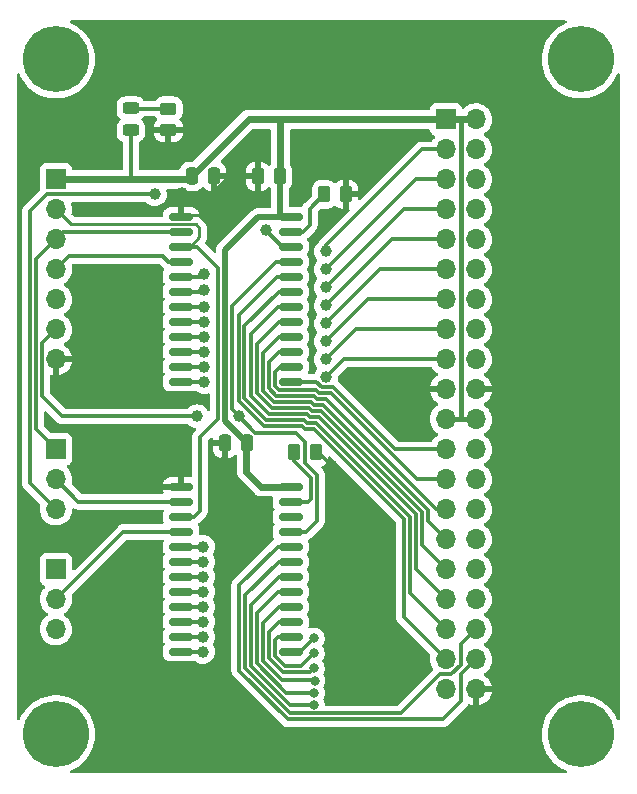
<source format=gtl>
G04 #@! TF.GenerationSoftware,KiCad,Pcbnew,6.0.5-2.fc36*
G04 #@! TF.CreationDate,2022-06-02T11:14:52-04:00*
G04 #@! TF.ProjectId,led_breakout,6c65645f-6272-4656-916b-6f75742e6b69,0*
G04 #@! TF.SameCoordinates,Original*
G04 #@! TF.FileFunction,Copper,L1,Top*
G04 #@! TF.FilePolarity,Positive*
%FSLAX46Y46*%
G04 Gerber Fmt 4.6, Leading zero omitted, Abs format (unit mm)*
G04 Created by KiCad (PCBNEW 6.0.5-2.fc36) date 2022-06-02 11:14:52*
%MOMM*%
%LPD*%
G01*
G04 APERTURE LIST*
G04 Aperture macros list*
%AMRoundRect*
0 Rectangle with rounded corners*
0 $1 Rounding radius*
0 $2 $3 $4 $5 $6 $7 $8 $9 X,Y pos of 4 corners*
0 Add a 4 corners polygon primitive as box body*
4,1,4,$2,$3,$4,$5,$6,$7,$8,$9,$2,$3,0*
0 Add four circle primitives for the rounded corners*
1,1,$1+$1,$2,$3*
1,1,$1+$1,$4,$5*
1,1,$1+$1,$6,$7*
1,1,$1+$1,$8,$9*
0 Add four rect primitives between the rounded corners*
20,1,$1+$1,$2,$3,$4,$5,0*
20,1,$1+$1,$4,$5,$6,$7,0*
20,1,$1+$1,$6,$7,$8,$9,0*
20,1,$1+$1,$8,$9,$2,$3,0*%
G04 Aperture macros list end*
G04 #@! TA.AperFunction,ComponentPad*
%ADD10O,1.700000X1.700000*%
G04 #@! TD*
G04 #@! TA.AperFunction,ComponentPad*
%ADD11R,1.700000X1.700000*%
G04 #@! TD*
G04 #@! TA.AperFunction,SMDPad,CuDef*
%ADD12RoundRect,0.250000X0.250000X0.475000X-0.250000X0.475000X-0.250000X-0.475000X0.250000X-0.475000X0*%
G04 #@! TD*
G04 #@! TA.AperFunction,ComponentPad*
%ADD13C,5.600000*%
G04 #@! TD*
G04 #@! TA.AperFunction,SMDPad,CuDef*
%ADD14RoundRect,0.250000X-0.262500X-0.450000X0.262500X-0.450000X0.262500X0.450000X-0.262500X0.450000X0*%
G04 #@! TD*
G04 #@! TA.AperFunction,SMDPad,CuDef*
%ADD15RoundRect,0.250000X-0.250000X-0.475000X0.250000X-0.475000X0.250000X0.475000X-0.250000X0.475000X0*%
G04 #@! TD*
G04 #@! TA.AperFunction,SMDPad,CuDef*
%ADD16RoundRect,0.150000X-0.875000X-0.150000X0.875000X-0.150000X0.875000X0.150000X-0.875000X0.150000X0*%
G04 #@! TD*
G04 #@! TA.AperFunction,SMDPad,CuDef*
%ADD17RoundRect,0.250000X-0.450000X0.262500X-0.450000X-0.262500X0.450000X-0.262500X0.450000X0.262500X0*%
G04 #@! TD*
G04 #@! TA.AperFunction,SMDPad,CuDef*
%ADD18RoundRect,0.243750X-0.456250X0.243750X-0.456250X-0.243750X0.456250X-0.243750X0.456250X0.243750X0*%
G04 #@! TD*
G04 #@! TA.AperFunction,ViaPad*
%ADD19C,0.800000*%
G04 #@! TD*
G04 #@! TA.AperFunction,ViaPad*
%ADD20C,1.000000*%
G04 #@! TD*
G04 #@! TA.AperFunction,Conductor*
%ADD21C,0.300000*%
G04 #@! TD*
G04 #@! TA.AperFunction,Conductor*
%ADD22C,0.400000*%
G04 #@! TD*
G04 #@! TA.AperFunction,Conductor*
%ADD23C,0.600000*%
G04 #@! TD*
G04 #@! TA.AperFunction,Conductor*
%ADD24C,0.500000*%
G04 #@! TD*
G04 #@! TA.AperFunction,Conductor*
%ADD25C,0.250000*%
G04 #@! TD*
G04 APERTURE END LIST*
D10*
X144780000Y-83820000D03*
X142240000Y-83820000D03*
X144780000Y-81280000D03*
X142240000Y-81280000D03*
X144780000Y-78740000D03*
X142240000Y-78740000D03*
X144780000Y-76200000D03*
X142240000Y-76200000D03*
X144780000Y-73660000D03*
X142240000Y-73660000D03*
X144780000Y-71120000D03*
X142240000Y-71120000D03*
X144780000Y-68580000D03*
X142240000Y-68580000D03*
X144780000Y-66040000D03*
X142240000Y-66040000D03*
X144780000Y-63500000D03*
X142240000Y-63500000D03*
X144780000Y-60960000D03*
X142240000Y-60960000D03*
X144780000Y-58420000D03*
X142240000Y-58420000D03*
X144780000Y-55880000D03*
X142240000Y-55880000D03*
X144780000Y-53340000D03*
X142240000Y-53340000D03*
X144780000Y-50800000D03*
X142240000Y-50800000D03*
X144780000Y-48260000D03*
X142240000Y-48260000D03*
X144780000Y-45720000D03*
X142240000Y-45720000D03*
X144780000Y-43180000D03*
X142240000Y-43180000D03*
X144780000Y-40640000D03*
X142240000Y-40640000D03*
X144780000Y-38100000D03*
X142240000Y-38100000D03*
X144780000Y-35560000D03*
D11*
X142240000Y-35560000D03*
D12*
X128204000Y-40386000D03*
X126304000Y-40386000D03*
D13*
X109220001Y-87630000D03*
D14*
X133754500Y-41910000D03*
X131929500Y-41910000D03*
D13*
X153670001Y-87630000D03*
X109220000Y-30480000D03*
D11*
X109220000Y-40640000D03*
D10*
X109220000Y-43180000D03*
X109220000Y-45720000D03*
X109220000Y-48260000D03*
X109220000Y-50800000D03*
X109220000Y-53340000D03*
X109220000Y-55880000D03*
D11*
X109220000Y-63500000D03*
D10*
X109220000Y-66040000D03*
X109220000Y-68580000D03*
D12*
X125410000Y-62992000D03*
X123510000Y-62992000D03*
D15*
X120716000Y-40386000D03*
X122616000Y-40386000D03*
D16*
X119810000Y-43815000D03*
X119810000Y-45085000D03*
X119810000Y-46355000D03*
X119810000Y-47625000D03*
X119810000Y-48895000D03*
X119810000Y-50165000D03*
X119810000Y-51435000D03*
X119810000Y-52705000D03*
X119810000Y-53975000D03*
X119810000Y-55245000D03*
X119810000Y-56515000D03*
X119810000Y-57785000D03*
X129110000Y-57785000D03*
X129110000Y-56515000D03*
X129110000Y-55245000D03*
X129110000Y-53975000D03*
X129110000Y-52705000D03*
X129110000Y-51435000D03*
X129110000Y-50165000D03*
X129110000Y-48895000D03*
X129110000Y-47625000D03*
X129110000Y-46355000D03*
X129110000Y-45085000D03*
X129110000Y-43815000D03*
X119810000Y-66675000D03*
X119810000Y-67945000D03*
X119810000Y-69215000D03*
X119810000Y-70485000D03*
X119810000Y-71755000D03*
X119810000Y-73025000D03*
X119810000Y-74295000D03*
X119810000Y-75565000D03*
X119810000Y-76835000D03*
X119810000Y-78105000D03*
X119810000Y-79375000D03*
X119810000Y-80645000D03*
X129110000Y-80645000D03*
X129110000Y-79375000D03*
X129110000Y-78105000D03*
X129110000Y-76835000D03*
X129110000Y-75565000D03*
X129110000Y-74295000D03*
X129110000Y-73025000D03*
X129110000Y-71755000D03*
X129110000Y-70485000D03*
X129110000Y-69215000D03*
X129110000Y-67945000D03*
X129110000Y-66675000D03*
D17*
X118745000Y-34647500D03*
X118745000Y-36472500D03*
D18*
X115570000Y-34622500D03*
X115570000Y-36497500D03*
D14*
X129389500Y-63754000D03*
X131214500Y-63754000D03*
D11*
X109220000Y-73660000D03*
D10*
X109220000Y-76200000D03*
X109220000Y-78740000D03*
D13*
X153670000Y-30480000D03*
D19*
X131064000Y-85110989D03*
X131090362Y-84111834D03*
X131115090Y-83076608D03*
X131064000Y-82042000D03*
X131064000Y-80772000D03*
X131064000Y-79502000D03*
D20*
X132080000Y-46736000D03*
X132080000Y-48260000D03*
X132080000Y-55880000D03*
X121793000Y-48641000D03*
X121793000Y-50038000D03*
X132080000Y-49784000D03*
X132080000Y-51308000D03*
X132080000Y-52832000D03*
X132080000Y-54356000D03*
X121793000Y-56515000D03*
X132080000Y-57404000D03*
X121793000Y-52705000D03*
X121793000Y-57785000D03*
X121666000Y-75565000D03*
X121793000Y-51435000D03*
X121793000Y-53975000D03*
X121793000Y-55245000D03*
X121666000Y-73025000D03*
X121666000Y-76835000D03*
X121666000Y-78105000D03*
X121666000Y-79375000D03*
X121666000Y-71755000D03*
X121666000Y-74295000D03*
X121666000Y-80645000D03*
X122936000Y-64770000D03*
X117348000Y-66294000D03*
X133756400Y-40106600D03*
X119888000Y-41822500D03*
X122164562Y-42339938D03*
X120675400Y-36474400D03*
X132588000Y-64897000D03*
X121158000Y-60706000D03*
X124714000Y-60706000D03*
X127000000Y-44958000D03*
X117602000Y-41910000D03*
D21*
X139700000Y-40640000D02*
X132080000Y-48260000D01*
X142240000Y-40640000D02*
X139700000Y-40640000D01*
X142240000Y-48260000D02*
X136652000Y-48260000D01*
X136652000Y-48260000D02*
X132080000Y-52832000D01*
X142240000Y-45720000D02*
X137668000Y-45720000D01*
X138684000Y-43180000D02*
X132080000Y-49784000D01*
X137668000Y-45720000D02*
X132080000Y-51308000D01*
X142240000Y-43180000D02*
X138684000Y-43180000D01*
X135636000Y-50800000D02*
X132080000Y-54356000D01*
X142240000Y-50800000D02*
X135636000Y-50800000D01*
X142240000Y-38100000D02*
X140208000Y-38100000D01*
X140208000Y-38100000D02*
X132080000Y-46228000D01*
X132080000Y-46228000D02*
X132080000Y-46736000D01*
X131445000Y-63754000D02*
X132588000Y-64897000D01*
X131214500Y-63754000D02*
X131445000Y-63754000D01*
D22*
X143510000Y-60960000D02*
X144780000Y-60960000D01*
X142240000Y-60960000D02*
X143510000Y-60960000D01*
D23*
X125542000Y-35560000D02*
X143256000Y-35560000D01*
X143256000Y-35560000D02*
X144780000Y-35560000D01*
D22*
X143510000Y-60960000D02*
X143510000Y-35814000D01*
X143510000Y-35814000D02*
X143256000Y-35560000D01*
D21*
X129110000Y-71755000D02*
X127990600Y-71755000D01*
X143510000Y-84836000D02*
X143510000Y-82550000D01*
X127990600Y-71755000D02*
X124738417Y-75007183D01*
X124738417Y-75007183D02*
X124738417Y-82243334D01*
X124738417Y-82243334D02*
X128855083Y-86360000D01*
X128855083Y-86360000D02*
X141986000Y-86360000D01*
X141986000Y-86360000D02*
X143510000Y-84836000D01*
X143510000Y-82550000D02*
X144780000Y-81280000D01*
X129110000Y-73025000D02*
X128066800Y-73025000D01*
X125237928Y-82036429D02*
X129061988Y-85860489D01*
X128066800Y-73025000D02*
X125237928Y-75853872D01*
X129061988Y-85860489D02*
X138421511Y-85860489D01*
X125237928Y-75853872D02*
X125237928Y-82036429D01*
X138421511Y-85860489D02*
X141732000Y-82550000D01*
X141732000Y-82550000D02*
X142707183Y-82550000D01*
X142707183Y-82550000D02*
X143510000Y-81747183D01*
X143510000Y-81747183D02*
X143510000Y-80010000D01*
X143510000Y-80010000D02*
X144780000Y-78740000D01*
X129110000Y-75565000D02*
X128041400Y-75565000D01*
X128041400Y-75565000D02*
X126236949Y-77369451D01*
X128726161Y-84111834D02*
X131090362Y-84111834D01*
X126236949Y-77369451D02*
X126236949Y-81622622D01*
X126236949Y-81622622D02*
X128726161Y-84111834D01*
X129110000Y-76835000D02*
X128092200Y-76835000D01*
X128092200Y-76835000D02*
X126736459Y-78190741D01*
X126736459Y-78190741D02*
X126736459Y-81415717D01*
X126736459Y-81415717D02*
X128378742Y-83058000D01*
X128378742Y-83058000D02*
X131096482Y-83058000D01*
X131096482Y-83058000D02*
X131115090Y-83076608D01*
X129110000Y-74295000D02*
X128092200Y-74295000D01*
X128092200Y-74295000D02*
X125737439Y-76649761D01*
X125737439Y-76649761D02*
X125737439Y-81829527D01*
X125737439Y-81829527D02*
X129018901Y-85110989D01*
X129018901Y-85110989D02*
X131064000Y-85110989D01*
X128407780Y-82380622D02*
X130725378Y-82380622D01*
X130725378Y-82380622D02*
X131064000Y-82042000D01*
X128614684Y-81881111D02*
X129954889Y-81881111D01*
X129954889Y-81881111D02*
X131064000Y-80772000D01*
X129110000Y-80645000D02*
X129921000Y-80645000D01*
X129921000Y-80645000D02*
X131064000Y-79502000D01*
X142240000Y-81280000D02*
X138684000Y-77724000D01*
X131041789Y-61750078D02*
X130279790Y-61750078D01*
X130048513Y-61518800D02*
X126796800Y-61518800D01*
X138684000Y-77724000D02*
X138684000Y-69392289D01*
X130279790Y-61750078D02*
X130048513Y-61518800D01*
X138684000Y-69392289D02*
X131041789Y-61750078D01*
X124678511Y-52156289D02*
X127939800Y-48895000D01*
X126796800Y-61518800D02*
X124678511Y-59400511D01*
X124678511Y-59400511D02*
X124678511Y-52156289D01*
X127939800Y-48895000D02*
X129110000Y-48895000D01*
X129110000Y-51435000D02*
X128016000Y-51435000D01*
X128016000Y-51435000D02*
X125737436Y-53713564D01*
X125737436Y-53713564D02*
X125737436Y-58969523D01*
X139700000Y-68995457D02*
X139700000Y-73660000D01*
X125737436Y-58969523D02*
X127264969Y-60497056D01*
X127264969Y-60497056D02*
X130439600Y-60497056D01*
X130439600Y-60497056D02*
X130693600Y-60751056D01*
X130693600Y-60751056D02*
X131455599Y-60751056D01*
X131455599Y-60751056D02*
X139700000Y-68995457D01*
X139700000Y-73660000D02*
X142240000Y-76200000D01*
X142240000Y-78740000D02*
X139192000Y-75692000D01*
X139192000Y-75692000D02*
X139192000Y-69193873D01*
X139192000Y-69193873D02*
X131248694Y-61250567D01*
X130232695Y-60996567D02*
X127036567Y-60996567D01*
X131248694Y-61250567D02*
X130486695Y-61250567D01*
X130486695Y-61250567D02*
X130232695Y-60996567D01*
X127036567Y-60996567D02*
X125178022Y-59138022D01*
X125178022Y-59138022D02*
X125178022Y-53053778D01*
X125178022Y-53053778D02*
X128066800Y-50165000D01*
X128066800Y-50165000D02*
X129110000Y-50165000D01*
X129110000Y-56515000D02*
X128168400Y-56515000D01*
X128168400Y-56515000D02*
X127735480Y-56947920D01*
X128092585Y-58499012D02*
X131267219Y-58499012D01*
X127735480Y-56947920D02*
X127735480Y-58141907D01*
X127735480Y-58141907D02*
X128092585Y-58499012D01*
X131267219Y-58499012D02*
X131521220Y-58753012D01*
X131521220Y-58753012D02*
X132468596Y-58753012D01*
X132468596Y-58753012D02*
X139755584Y-66040000D01*
X139755584Y-66040000D02*
X142240000Y-66040000D01*
X129110000Y-55245000D02*
X128084989Y-55245000D01*
X128084989Y-55245000D02*
X127235969Y-56094020D01*
X127235969Y-56094020D02*
X127235969Y-58348811D01*
X131314314Y-59252523D02*
X132076314Y-59252523D01*
X127235969Y-58348811D02*
X127885680Y-58998523D01*
X132076314Y-59252523D02*
X141403791Y-68580000D01*
X141403791Y-68580000D02*
X142240000Y-68580000D01*
X127885680Y-58998523D02*
X131060315Y-58998523D01*
X131060315Y-58998523D02*
X131314314Y-59252523D01*
X142240000Y-71120000D02*
X140716000Y-69596000D01*
X140716000Y-69596000D02*
X140716000Y-68598625D01*
X140716000Y-68598625D02*
X131869409Y-59752034D01*
X128092200Y-53975000D02*
X129110000Y-53975000D01*
X131869409Y-59752034D02*
X131107409Y-59752034D01*
X131107409Y-59752034D02*
X130853410Y-59498034D01*
X130853410Y-59498034D02*
X127678775Y-59498033D01*
X127678775Y-59498033D02*
X126736458Y-58555715D01*
X126736458Y-58555715D02*
X126736458Y-55330742D01*
X126736458Y-55330742D02*
X128092200Y-53975000D01*
X142240000Y-73660000D02*
X140208000Y-71628000D01*
X140208000Y-71628000D02*
X140208000Y-68797041D01*
X140208000Y-68797041D02*
X131662504Y-60251545D01*
X131662504Y-60251545D02*
X130900504Y-60251545D01*
X126236947Y-58762619D02*
X126236947Y-54553042D01*
X130900504Y-60251545D02*
X130646505Y-59997545D01*
X130646505Y-59997545D02*
X127471870Y-59997543D01*
X127471870Y-59997543D02*
X126236947Y-58762619D01*
X126236947Y-54553042D02*
X128084989Y-52705000D01*
X128084989Y-52705000D02*
X129110000Y-52705000D01*
X131259623Y-57785000D02*
X131728124Y-58253501D01*
X131728124Y-58253501D02*
X132675501Y-58253501D01*
X129110000Y-57785000D02*
X131259623Y-57785000D01*
X132675501Y-58253501D02*
X137922000Y-63500000D01*
X137922000Y-63500000D02*
X142240000Y-63500000D01*
X142240000Y-55880000D02*
X133604000Y-55880000D01*
X133604000Y-55880000D02*
X132080000Y-57404000D01*
X142240000Y-53340000D02*
X134620000Y-53340000D01*
X134620000Y-53340000D02*
X132080000Y-55880000D01*
D23*
X128204000Y-35560000D02*
X128204000Y-40386000D01*
X120716000Y-40386000D02*
X125542000Y-35560000D01*
D21*
X127735480Y-81001907D02*
X128614684Y-81881111D01*
X121539000Y-48895000D02*
X121793000Y-48641000D01*
X121666000Y-50165000D02*
X121793000Y-50038000D01*
X119810000Y-56515000D02*
X121793000Y-56515000D01*
X127735480Y-79655520D02*
X127735480Y-81001907D01*
X128016000Y-79375000D02*
X127735480Y-79655520D01*
X127235969Y-81208812D02*
X128407780Y-82380622D01*
X119810000Y-48895000D02*
X121539000Y-48895000D01*
X119810000Y-50165000D02*
X121666000Y-50165000D01*
X119810000Y-52705000D02*
X121793000Y-52705000D01*
X119810000Y-57785000D02*
X121793000Y-57785000D01*
X119810000Y-75565000D02*
X121666000Y-75565000D01*
X129110000Y-79375000D02*
X128016000Y-79375000D01*
X127235969Y-78935831D02*
X127235969Y-81208812D01*
X128066800Y-78105000D02*
X127235969Y-78935831D01*
X119810000Y-51435000D02*
X121793000Y-51435000D01*
X119810000Y-53975000D02*
X121793000Y-53975000D01*
X119810000Y-55245000D02*
X121793000Y-55245000D01*
X119810000Y-73025000D02*
X121666000Y-73025000D01*
X119810000Y-76835000D02*
X121666000Y-76835000D01*
X119810000Y-78105000D02*
X121666000Y-78105000D01*
X119810000Y-79375000D02*
X121666000Y-79375000D01*
X129110000Y-78105000D02*
X128066800Y-78105000D01*
X119810000Y-71755000D02*
X121666000Y-71755000D01*
X119810000Y-74295000D02*
X121666000Y-74295000D01*
X119810000Y-80645000D02*
X121666000Y-80645000D01*
X119810000Y-67945000D02*
X111125000Y-67945000D01*
X111125000Y-67945000D02*
X109220000Y-66040000D01*
X114935000Y-70485000D02*
X109220000Y-76200000D01*
X119810000Y-70485000D02*
X114935000Y-70485000D01*
D24*
X129110000Y-43815000D02*
X126365000Y-43815000D01*
D23*
X125349000Y-63053000D02*
X125410000Y-62992000D01*
X120462000Y-40640000D02*
X120716000Y-40386000D01*
X129110000Y-66675000D02*
X126619000Y-66675000D01*
X126619000Y-66675000D02*
X125349000Y-65405000D01*
D24*
X128204000Y-43815000D02*
X128204000Y-40386000D01*
D21*
X115570000Y-36497500D02*
X115570000Y-40640000D01*
D23*
X109220000Y-40640000D02*
X115570000Y-40640000D01*
D24*
X126365000Y-43815000D02*
X123535511Y-46644489D01*
D23*
X125349000Y-65405000D02*
X125349000Y-63053000D01*
D24*
X123535511Y-61117511D02*
X125410000Y-62992000D01*
X123535511Y-46644489D02*
X123535511Y-61117511D01*
D23*
X115570000Y-40640000D02*
X120462000Y-40640000D01*
D21*
X118745000Y-34647500D02*
X115595000Y-34647500D01*
X115595000Y-34647500D02*
X115570000Y-34622500D01*
X119810000Y-69215000D02*
X120904000Y-69215000D01*
D25*
X110490000Y-44450000D02*
X109220000Y-43180000D01*
X121361200Y-44754800D02*
X121056400Y-44450000D01*
X121361200Y-45542200D02*
X121361200Y-44754800D01*
D21*
X120904000Y-69215000D02*
X121412000Y-68707000D01*
D25*
X119810000Y-46355000D02*
X120548400Y-46355000D01*
X120548400Y-46355000D02*
X121361200Y-45542200D01*
D21*
X122936000Y-60960000D02*
X122936000Y-48133000D01*
X121412000Y-68707000D02*
X121412000Y-62484000D01*
D25*
X121056400Y-44450000D02*
X110490000Y-44450000D01*
D21*
X122936000Y-48133000D02*
X121158000Y-46355000D01*
X121412000Y-62484000D02*
X122936000Y-60960000D01*
X121158000Y-46355000D02*
X119810000Y-46355000D01*
D24*
X123510000Y-62992000D02*
X123510000Y-64196000D01*
X119810000Y-41900500D02*
X119888000Y-41822500D01*
D21*
X120673500Y-36472500D02*
X120675400Y-36474400D01*
D24*
X119810000Y-66675000D02*
X117729000Y-66675000D01*
X133754500Y-41910000D02*
X133754500Y-40108500D01*
X119810000Y-43815000D02*
X119810000Y-41900500D01*
X117729000Y-66675000D02*
X117348000Y-66294000D01*
X133754500Y-40108500D02*
X133756400Y-40106600D01*
X124118500Y-40386000D02*
X122164562Y-42339938D01*
X123510000Y-64196000D02*
X122936000Y-64770000D01*
X126304000Y-40386000D02*
X124118500Y-40386000D01*
D21*
X118745000Y-36472500D02*
X120673500Y-36472500D01*
X109220000Y-45720000D02*
X107520978Y-47419022D01*
X107520978Y-61800978D02*
X109220000Y-63500000D01*
X107520978Y-47419022D02*
X107520978Y-61800978D01*
X109855000Y-45085000D02*
X109220000Y-45720000D01*
X119810000Y-45085000D02*
X109855000Y-45085000D01*
X119810000Y-47625000D02*
X118745000Y-47625000D01*
X118745000Y-47625000D02*
X118276499Y-47156499D01*
X118276499Y-47156499D02*
X110323501Y-47156499D01*
X110323501Y-47156499D02*
X109220000Y-48260000D01*
X130302000Y-62839600D02*
X130302000Y-64643000D01*
X131318000Y-65659000D02*
X131318000Y-69570600D01*
X124135022Y-60127022D02*
X126111000Y-62103000D01*
X109220000Y-53340000D02*
X108020489Y-54539511D01*
X129110000Y-47625000D02*
X127838200Y-47625000D01*
X127838200Y-47625000D02*
X124135022Y-51328178D01*
X109728000Y-60706000D02*
X121158000Y-60706000D01*
X126111000Y-62103000D02*
X129565400Y-62103000D01*
X130302000Y-64643000D02*
X131318000Y-65659000D01*
X108020489Y-58998489D02*
X109728000Y-60706000D01*
X108020489Y-54539511D02*
X108020489Y-58998489D01*
X129565400Y-62103000D02*
X130302000Y-62839600D01*
X124135022Y-51328178D02*
X124135022Y-60127022D01*
X130403600Y-70485000D02*
X129110000Y-70485000D01*
X131318000Y-69570600D02*
X130403600Y-70485000D01*
X131929500Y-41910000D02*
X130708400Y-43131100D01*
X130708400Y-44500800D02*
X130124200Y-45085000D01*
X130124200Y-45085000D02*
X129110000Y-45085000D01*
X130708400Y-43131100D02*
X130708400Y-44500800D01*
X130810000Y-67691000D02*
X130810000Y-65887600D01*
X130810000Y-65887600D02*
X129389500Y-64467100D01*
X129110000Y-67945000D02*
X130556000Y-67945000D01*
X129389500Y-64467100D02*
X129389500Y-63754000D01*
X130556000Y-67945000D02*
X130810000Y-67691000D01*
X109220000Y-68580000D02*
X107021467Y-66381467D01*
X129110000Y-46355000D02*
X128397000Y-46355000D01*
X128397000Y-46355000D02*
X127000000Y-44958000D01*
X107021467Y-66381467D02*
X107021467Y-43346533D01*
X107021467Y-43346533D02*
X108458000Y-41910000D01*
X108458000Y-41910000D02*
X117602000Y-41910000D01*
G04 #@! TA.AperFunction,Conductor*
G36*
X152354885Y-27178501D02*
G01*
X152423006Y-27198503D01*
X152469499Y-27252159D01*
X152479603Y-27322433D01*
X152450109Y-27387013D01*
X152407536Y-27418973D01*
X152124694Y-27549066D01*
X151817193Y-27733101D01*
X151814467Y-27735163D01*
X151814465Y-27735164D01*
X151808620Y-27739585D01*
X151531367Y-27949270D01*
X151270559Y-28195043D01*
X151037819Y-28467546D01*
X151035900Y-28470358D01*
X151035897Y-28470363D01*
X150942624Y-28607097D01*
X150835871Y-28763591D01*
X150667077Y-29079714D01*
X150533411Y-29412218D01*
X150532491Y-29415492D01*
X150532489Y-29415497D01*
X150530332Y-29423173D01*
X150436437Y-29757213D01*
X150377290Y-30110663D01*
X150356661Y-30468434D01*
X150374792Y-30826340D01*
X150375329Y-30829695D01*
X150375330Y-30829701D01*
X150380316Y-30860828D01*
X150431470Y-31180195D01*
X150526033Y-31525859D01*
X150657374Y-31859288D01*
X150823957Y-32176582D01*
X150825858Y-32179411D01*
X150825864Y-32179421D01*
X151009569Y-32452800D01*
X151023834Y-32474029D01*
X151254665Y-32748150D01*
X151513751Y-32995738D01*
X151798061Y-33213897D01*
X151830056Y-33233350D01*
X152101355Y-33398303D01*
X152101360Y-33398306D01*
X152104270Y-33400075D01*
X152107358Y-33401521D01*
X152107357Y-33401521D01*
X152425710Y-33550649D01*
X152425720Y-33550653D01*
X152428794Y-33552093D01*
X152432012Y-33553195D01*
X152432015Y-33553196D01*
X152764615Y-33667071D01*
X152764623Y-33667073D01*
X152767838Y-33668174D01*
X153117435Y-33746959D01*
X153169728Y-33752917D01*
X153470114Y-33787142D01*
X153470122Y-33787142D01*
X153473497Y-33787527D01*
X153476901Y-33787545D01*
X153476904Y-33787545D01*
X153671227Y-33788562D01*
X153831857Y-33789403D01*
X153835243Y-33789053D01*
X153835245Y-33789053D01*
X154184932Y-33752917D01*
X154184941Y-33752916D01*
X154188324Y-33752566D01*
X154191657Y-33751852D01*
X154191660Y-33751851D01*
X154364186Y-33714864D01*
X154538727Y-33677446D01*
X154878968Y-33564922D01*
X155205066Y-33416311D01*
X155299052Y-33360506D01*
X155510262Y-33235099D01*
X155510267Y-33235096D01*
X155513207Y-33233350D01*
X155799786Y-33018180D01*
X156061451Y-32773319D01*
X156295140Y-32501630D01*
X156401750Y-32346512D01*
X156496190Y-32209101D01*
X156496195Y-32209094D01*
X156498120Y-32206292D01*
X156499732Y-32203298D01*
X156499737Y-32203290D01*
X156666395Y-31893772D01*
X156668017Y-31890760D01*
X156728757Y-31741175D01*
X156772918Y-31685584D01*
X156840124Y-31662694D01*
X156909036Y-31679771D01*
X156957776Y-31731394D01*
X156971500Y-31788579D01*
X156971499Y-45464570D01*
X156971498Y-86320852D01*
X156951496Y-86388973D01*
X156897840Y-86435466D01*
X156827566Y-86445570D01*
X156762986Y-86416076D01*
X156728427Y-86367440D01*
X156679053Y-86243369D01*
X156677794Y-86240205D01*
X156647769Y-86183498D01*
X156511703Y-85926513D01*
X156511699Y-85926506D01*
X156510104Y-85923494D01*
X156309191Y-85626746D01*
X156077404Y-85353432D01*
X155817455Y-85106750D01*
X155532385Y-84889585D01*
X155529473Y-84887828D01*
X155529468Y-84887825D01*
X155228444Y-84706236D01*
X155228438Y-84706233D01*
X155225529Y-84704478D01*
X155003212Y-84601281D01*
X154903572Y-84555030D01*
X154903570Y-84555029D01*
X154900476Y-84553593D01*
X154709977Y-84489113D01*
X154564256Y-84439789D01*
X154564251Y-84439788D01*
X154561029Y-84438697D01*
X154361590Y-84394482D01*
X154214494Y-84361871D01*
X154214488Y-84361870D01*
X154211159Y-84361132D01*
X154207770Y-84360758D01*
X154207765Y-84360757D01*
X153858339Y-84322180D01*
X153858334Y-84322180D01*
X153854958Y-84321807D01*
X153851559Y-84321801D01*
X153851558Y-84321801D01*
X153682081Y-84321505D01*
X153496593Y-84321182D01*
X153383414Y-84333277D01*
X153143640Y-84358901D01*
X153143632Y-84358902D01*
X153140257Y-84359263D01*
X152790118Y-84435606D01*
X152450272Y-84549317D01*
X152447179Y-84550739D01*
X152447178Y-84550740D01*
X152265632Y-84634242D01*
X152124695Y-84699066D01*
X152121761Y-84700822D01*
X152121759Y-84700823D01*
X151947774Y-84804951D01*
X151817194Y-84883101D01*
X151814468Y-84885163D01*
X151814466Y-84885164D01*
X151543373Y-85090191D01*
X151531368Y-85099270D01*
X151528883Y-85101612D01*
X151528878Y-85101616D01*
X151472873Y-85154393D01*
X151270560Y-85345043D01*
X151268348Y-85347633D01*
X151268346Y-85347635D01*
X151263395Y-85353432D01*
X151037820Y-85617546D01*
X151035901Y-85620358D01*
X151035898Y-85620363D01*
X150942625Y-85757097D01*
X150835872Y-85913591D01*
X150667078Y-86229714D01*
X150533412Y-86562218D01*
X150532492Y-86565492D01*
X150532490Y-86565497D01*
X150439317Y-86896972D01*
X150436438Y-86907213D01*
X150435876Y-86910570D01*
X150435876Y-86910571D01*
X150417202Y-87022166D01*
X150377291Y-87260663D01*
X150356662Y-87618434D01*
X150374793Y-87976340D01*
X150375330Y-87979695D01*
X150375331Y-87979701D01*
X150414583Y-88224757D01*
X150431471Y-88330195D01*
X150526034Y-88675859D01*
X150657375Y-89009288D01*
X150688152Y-89067909D01*
X150753138Y-89191689D01*
X150823958Y-89326582D01*
X150825859Y-89329411D01*
X150825865Y-89329421D01*
X150978776Y-89556974D01*
X151023835Y-89624029D01*
X151254666Y-89898150D01*
X151513752Y-90145738D01*
X151798062Y-90363897D01*
X151830057Y-90383350D01*
X152101356Y-90548303D01*
X152101361Y-90548306D01*
X152104271Y-90550075D01*
X152107359Y-90551521D01*
X152107358Y-90551521D01*
X152405966Y-90691399D01*
X152459169Y-90738409D01*
X152478511Y-90806720D01*
X152457851Y-90874644D01*
X152403748Y-90920616D01*
X152352517Y-90931501D01*
X131517530Y-90931500D01*
X110534057Y-90931498D01*
X110465936Y-90911496D01*
X110419443Y-90857840D01*
X110409339Y-90787566D01*
X110438833Y-90722986D01*
X110481806Y-90690843D01*
X110751955Y-90567729D01*
X110755067Y-90566311D01*
X110849053Y-90510506D01*
X111060263Y-90385099D01*
X111060268Y-90385096D01*
X111063208Y-90383350D01*
X111349787Y-90168180D01*
X111611452Y-89923319D01*
X111845141Y-89651630D01*
X111951751Y-89496512D01*
X112046191Y-89359101D01*
X112046196Y-89359094D01*
X112048121Y-89356292D01*
X112049733Y-89353298D01*
X112049738Y-89353290D01*
X112216396Y-89043772D01*
X112218018Y-89040760D01*
X112352843Y-88708724D01*
X112363143Y-88672568D01*
X112383528Y-88601006D01*
X112451021Y-88364070D01*
X112511402Y-88010828D01*
X112513512Y-87976340D01*
X112533169Y-87654928D01*
X112533279Y-87653131D01*
X112533360Y-87630000D01*
X112513980Y-87272159D01*
X112456067Y-86918505D01*
X112360298Y-86573173D01*
X112357244Y-86565497D01*
X112229053Y-86243369D01*
X112227794Y-86240205D01*
X112197769Y-86183498D01*
X112061703Y-85926513D01*
X112061699Y-85926506D01*
X112060104Y-85923494D01*
X111859191Y-85626746D01*
X111627404Y-85353432D01*
X111367455Y-85106750D01*
X111082385Y-84889585D01*
X111079473Y-84887828D01*
X111079468Y-84887825D01*
X110778444Y-84706236D01*
X110778438Y-84706233D01*
X110775529Y-84704478D01*
X110553212Y-84601281D01*
X110453572Y-84555030D01*
X110453570Y-84555029D01*
X110450476Y-84553593D01*
X110259977Y-84489113D01*
X110114256Y-84439789D01*
X110114251Y-84439788D01*
X110111029Y-84438697D01*
X109911590Y-84394482D01*
X109764494Y-84361871D01*
X109764488Y-84361870D01*
X109761159Y-84361132D01*
X109757770Y-84360758D01*
X109757765Y-84360757D01*
X109408339Y-84322180D01*
X109408334Y-84322180D01*
X109404958Y-84321807D01*
X109401559Y-84321801D01*
X109401558Y-84321801D01*
X109232081Y-84321505D01*
X109046593Y-84321182D01*
X108933414Y-84333277D01*
X108693640Y-84358901D01*
X108693632Y-84358902D01*
X108690257Y-84359263D01*
X108340118Y-84435606D01*
X108000272Y-84549317D01*
X107997179Y-84550739D01*
X107997178Y-84550740D01*
X107815632Y-84634242D01*
X107674695Y-84699066D01*
X107671761Y-84700822D01*
X107671759Y-84700823D01*
X107497774Y-84804951D01*
X107367194Y-84883101D01*
X107364468Y-84885163D01*
X107364466Y-84885164D01*
X107093373Y-85090191D01*
X107081368Y-85099270D01*
X107078883Y-85101612D01*
X107078878Y-85101616D01*
X107022873Y-85154393D01*
X106820560Y-85345043D01*
X106818348Y-85347633D01*
X106818346Y-85347635D01*
X106813395Y-85353432D01*
X106587820Y-85617546D01*
X106585901Y-85620358D01*
X106585898Y-85620363D01*
X106492625Y-85757097D01*
X106385872Y-85913591D01*
X106217078Y-86229714D01*
X106215807Y-86232875D01*
X106215804Y-86232882D01*
X106161405Y-86368204D01*
X106117439Y-86423949D01*
X106050314Y-86447074D01*
X105981342Y-86430237D01*
X105932422Y-86378785D01*
X105918498Y-86321208D01*
X105918499Y-73233361D01*
X105918499Y-45464570D01*
X105918499Y-43325685D01*
X106358061Y-43325685D01*
X106358807Y-43333576D01*
X106362408Y-43371671D01*
X106362967Y-43383529D01*
X106362967Y-66299411D01*
X106362408Y-66311267D01*
X106360679Y-66319004D01*
X106360928Y-66326926D01*
X106362905Y-66389836D01*
X106362967Y-66393794D01*
X106362967Y-66422899D01*
X106363523Y-66427299D01*
X106364455Y-66439131D01*
X106365905Y-66485298D01*
X106368117Y-66492911D01*
X106368117Y-66492912D01*
X106371886Y-66505883D01*
X106375897Y-66525249D01*
X106378585Y-66546531D01*
X106381501Y-66553896D01*
X106381502Y-66553900D01*
X106395593Y-66589488D01*
X106399432Y-66600698D01*
X106412322Y-66645067D01*
X106423242Y-66663532D01*
X106431933Y-66681272D01*
X106439832Y-66701223D01*
X106452386Y-66718502D01*
X106466983Y-66738593D01*
X106473500Y-66748515D01*
X106492974Y-66781444D01*
X106492977Y-66781448D01*
X106497014Y-66788274D01*
X106512178Y-66803438D01*
X106525018Y-66818471D01*
X106537626Y-66835824D01*
X106556313Y-66851283D01*
X106573219Y-66865269D01*
X106581999Y-66873259D01*
X107862101Y-68153361D01*
X107896127Y-68215673D01*
X107894424Y-68276125D01*
X107880989Y-68324570D01*
X107857251Y-68546695D01*
X107857548Y-68551848D01*
X107857548Y-68551851D01*
X107864361Y-68670006D01*
X107870110Y-68769715D01*
X107871247Y-68774761D01*
X107871248Y-68774767D01*
X107875085Y-68791791D01*
X107919222Y-68987639D01*
X107956054Y-69078345D01*
X107991942Y-69166727D01*
X108003266Y-69194616D01*
X108054019Y-69277438D01*
X108117291Y-69380688D01*
X108119987Y-69385088D01*
X108266250Y-69553938D01*
X108438126Y-69696632D01*
X108631000Y-69809338D01*
X108635825Y-69811180D01*
X108635826Y-69811181D01*
X108669948Y-69824211D01*
X108839692Y-69889030D01*
X108844760Y-69890061D01*
X108844763Y-69890062D01*
X108935232Y-69908468D01*
X109058597Y-69933567D01*
X109063772Y-69933757D01*
X109063774Y-69933757D01*
X109276673Y-69941564D01*
X109276677Y-69941564D01*
X109281837Y-69941753D01*
X109286957Y-69941097D01*
X109286959Y-69941097D01*
X109498288Y-69914025D01*
X109498289Y-69914025D01*
X109503416Y-69913368D01*
X109519695Y-69908484D01*
X109712429Y-69850661D01*
X109712434Y-69850659D01*
X109717384Y-69849174D01*
X109917994Y-69750896D01*
X110099860Y-69621173D01*
X110258096Y-69463489D01*
X110317594Y-69380689D01*
X110385435Y-69286277D01*
X110388453Y-69282077D01*
X110409320Y-69239857D01*
X110485136Y-69086453D01*
X110485137Y-69086451D01*
X110487430Y-69081811D01*
X110542836Y-68899449D01*
X110550865Y-68873023D01*
X110550865Y-68873021D01*
X110552370Y-68868069D01*
X110581529Y-68646590D01*
X110582384Y-68611576D01*
X110604043Y-68543966D01*
X110658817Y-68498797D01*
X110729317Y-68490411D01*
X110772814Y-68509494D01*
X110774046Y-68507411D01*
X110780871Y-68511447D01*
X110787132Y-68516304D01*
X110794404Y-68519451D01*
X110794406Y-68519452D01*
X110829535Y-68534654D01*
X110840195Y-68539876D01*
X110847635Y-68543966D01*
X110880663Y-68562124D01*
X110901441Y-68567459D01*
X110920131Y-68573858D01*
X110939824Y-68582380D01*
X110983596Y-68589313D01*
X110985448Y-68589606D01*
X110997071Y-68592013D01*
X111025072Y-68599202D01*
X111041812Y-68603500D01*
X111063259Y-68603500D01*
X111082969Y-68605051D01*
X111104152Y-68608406D01*
X111150141Y-68604059D01*
X111161996Y-68603500D01*
X118221991Y-68603500D01*
X118290112Y-68623502D01*
X118336605Y-68677158D01*
X118346709Y-68747432D01*
X118332723Y-68787167D01*
X118333038Y-68787303D01*
X118331096Y-68791791D01*
X118330447Y-68793635D01*
X118325855Y-68801399D01*
X118323644Y-68809010D01*
X118323643Y-68809012D01*
X118314441Y-68840686D01*
X118279438Y-68961169D01*
X118278934Y-68967574D01*
X118278933Y-68967579D01*
X118276978Y-68992425D01*
X118276500Y-68998498D01*
X118276500Y-69431502D01*
X118279438Y-69468831D01*
X118325855Y-69628601D01*
X118330446Y-69636365D01*
X118330657Y-69637196D01*
X118333038Y-69642697D01*
X118332150Y-69643081D01*
X118347904Y-69705180D01*
X118325386Y-69772511D01*
X118270040Y-69816979D01*
X118221991Y-69826500D01*
X115017060Y-69826500D01*
X115005203Y-69825941D01*
X114997463Y-69824211D01*
X114989538Y-69824460D01*
X114989537Y-69824460D01*
X114926599Y-69826438D01*
X114922641Y-69826500D01*
X114893568Y-69826500D01*
X114889634Y-69826997D01*
X114889632Y-69826997D01*
X114889189Y-69827053D01*
X114877354Y-69827985D01*
X114844564Y-69829016D01*
X114839089Y-69829188D01*
X114839088Y-69829188D01*
X114831169Y-69829437D01*
X114811444Y-69835168D01*
X114810571Y-69835421D01*
X114791218Y-69839429D01*
X114787743Y-69839868D01*
X114769936Y-69842118D01*
X114762568Y-69845035D01*
X114762565Y-69845036D01*
X114726982Y-69859125D01*
X114715747Y-69862971D01*
X114679016Y-69873642D01*
X114679013Y-69873643D01*
X114671400Y-69875855D01*
X114652935Y-69886775D01*
X114635195Y-69895466D01*
X114615244Y-69903365D01*
X114581071Y-69928193D01*
X114577874Y-69930516D01*
X114567952Y-69937033D01*
X114535023Y-69956507D01*
X114535019Y-69956510D01*
X114528193Y-69960547D01*
X114513029Y-69975711D01*
X114497996Y-69988551D01*
X114480643Y-70001159D01*
X114456500Y-70030343D01*
X114451198Y-70036752D01*
X114443208Y-70045532D01*
X110793595Y-73695145D01*
X110731283Y-73729171D01*
X110660468Y-73724106D01*
X110603632Y-73681559D01*
X110578821Y-73615039D01*
X110578500Y-73606050D01*
X110578500Y-72761866D01*
X110571745Y-72699684D01*
X110520615Y-72563295D01*
X110433261Y-72446739D01*
X110316705Y-72359385D01*
X110180316Y-72308255D01*
X110118134Y-72301500D01*
X108321866Y-72301500D01*
X108259684Y-72308255D01*
X108123295Y-72359385D01*
X108006739Y-72446739D01*
X107919385Y-72563295D01*
X107868255Y-72699684D01*
X107861500Y-72761866D01*
X107861500Y-74558134D01*
X107868255Y-74620316D01*
X107919385Y-74756705D01*
X108006739Y-74873261D01*
X108123295Y-74960615D01*
X108131704Y-74963767D01*
X108131705Y-74963768D01*
X108240451Y-75004535D01*
X108297216Y-75047176D01*
X108321916Y-75113738D01*
X108306709Y-75183087D01*
X108287316Y-75209568D01*
X108196127Y-75304992D01*
X108160629Y-75342138D01*
X108157720Y-75346403D01*
X108157714Y-75346411D01*
X108146900Y-75362264D01*
X108034743Y-75526680D01*
X107940688Y-75729305D01*
X107880989Y-75944570D01*
X107857251Y-76166695D01*
X107857548Y-76171848D01*
X107857548Y-76171851D01*
X107869812Y-76384547D01*
X107870110Y-76389715D01*
X107871247Y-76394761D01*
X107871248Y-76394767D01*
X107884762Y-76454731D01*
X107919222Y-76607639D01*
X108003266Y-76814616D01*
X108054019Y-76897438D01*
X108117291Y-77000688D01*
X108119987Y-77005088D01*
X108266250Y-77173938D01*
X108438126Y-77316632D01*
X108508595Y-77357811D01*
X108511445Y-77359476D01*
X108560169Y-77411114D01*
X108573240Y-77480897D01*
X108546509Y-77546669D01*
X108506055Y-77580027D01*
X108493607Y-77586507D01*
X108489474Y-77589610D01*
X108489471Y-77589612D01*
X108319100Y-77717530D01*
X108314965Y-77720635D01*
X108311393Y-77724373D01*
X108192855Y-77848416D01*
X108160629Y-77882138D01*
X108157720Y-77886403D01*
X108157714Y-77886411D01*
X108146900Y-77902264D01*
X108034743Y-78066680D01*
X107994682Y-78152985D01*
X107969237Y-78207802D01*
X107940688Y-78269305D01*
X107880989Y-78484570D01*
X107857251Y-78706695D01*
X107857548Y-78711848D01*
X107857548Y-78711851D01*
X107864248Y-78828045D01*
X107870110Y-78929715D01*
X107871247Y-78934761D01*
X107871248Y-78934767D01*
X107884762Y-78994731D01*
X107919222Y-79147639D01*
X108003266Y-79354616D01*
X108119987Y-79545088D01*
X108266250Y-79713938D01*
X108438126Y-79856632D01*
X108631000Y-79969338D01*
X108635825Y-79971180D01*
X108635826Y-79971181D01*
X108708313Y-79998861D01*
X108839692Y-80049030D01*
X108844760Y-80050061D01*
X108844763Y-80050062D01*
X108921804Y-80065736D01*
X109058597Y-80093567D01*
X109063772Y-80093757D01*
X109063774Y-80093757D01*
X109276673Y-80101564D01*
X109276677Y-80101564D01*
X109281837Y-80101753D01*
X109286957Y-80101097D01*
X109286959Y-80101097D01*
X109498288Y-80074025D01*
X109498289Y-80074025D01*
X109503416Y-80073368D01*
X109528855Y-80065736D01*
X109712429Y-80010661D01*
X109712434Y-80010659D01*
X109717384Y-80009174D01*
X109917994Y-79910896D01*
X110099860Y-79781173D01*
X110258096Y-79623489D01*
X110275325Y-79599513D01*
X110385435Y-79446277D01*
X110388453Y-79442077D01*
X110405889Y-79406799D01*
X110485136Y-79246453D01*
X110485137Y-79246451D01*
X110487430Y-79241811D01*
X110552370Y-79028069D01*
X110581529Y-78806590D01*
X110583156Y-78740000D01*
X110564852Y-78517361D01*
X110510431Y-78300702D01*
X110421354Y-78095840D01*
X110346410Y-77979994D01*
X110302822Y-77912617D01*
X110302820Y-77912614D01*
X110300014Y-77908277D01*
X110149670Y-77743051D01*
X110145619Y-77739852D01*
X110145615Y-77739848D01*
X109978414Y-77607800D01*
X109978410Y-77607798D01*
X109974359Y-77604598D01*
X109933053Y-77581796D01*
X109883084Y-77531364D01*
X109868312Y-77461921D01*
X109893428Y-77395516D01*
X109920780Y-77368909D01*
X109964603Y-77337650D01*
X110099860Y-77241173D01*
X110258096Y-77083489D01*
X110275325Y-77059513D01*
X110385435Y-76906277D01*
X110388453Y-76902077D01*
X110405889Y-76866799D01*
X110485136Y-76706453D01*
X110485137Y-76706451D01*
X110487430Y-76701811D01*
X110552370Y-76488069D01*
X110581529Y-76266590D01*
X110583156Y-76200000D01*
X110564852Y-75977361D01*
X110543919Y-75894022D01*
X110546723Y-75823081D01*
X110577028Y-75774232D01*
X115170855Y-71180405D01*
X115233167Y-71146379D01*
X115259950Y-71143500D01*
X118221991Y-71143500D01*
X118290112Y-71163502D01*
X118336605Y-71217158D01*
X118346709Y-71287432D01*
X118332723Y-71327167D01*
X118333038Y-71327303D01*
X118331096Y-71331791D01*
X118330447Y-71333635D01*
X118325855Y-71341399D01*
X118323644Y-71349010D01*
X118323643Y-71349012D01*
X118317885Y-71368831D01*
X118279438Y-71501169D01*
X118276500Y-71538498D01*
X118276500Y-71971502D01*
X118276693Y-71973950D01*
X118276693Y-71973958D01*
X118277131Y-71979513D01*
X118279438Y-72008831D01*
X118325855Y-72168601D01*
X118410547Y-72311807D01*
X118413229Y-72314489D01*
X118438502Y-72378861D01*
X118424600Y-72448484D01*
X118414428Y-72464312D01*
X118410547Y-72468193D01*
X118325855Y-72611399D01*
X118323644Y-72619010D01*
X118323643Y-72619012D01*
X118318263Y-72637530D01*
X118279438Y-72771169D01*
X118278934Y-72777574D01*
X118278933Y-72777579D01*
X118276693Y-72806042D01*
X118276500Y-72808498D01*
X118276500Y-73241502D01*
X118276693Y-73243950D01*
X118276693Y-73243958D01*
X118277131Y-73249513D01*
X118279438Y-73278831D01*
X118284331Y-73295673D01*
X118317461Y-73409707D01*
X118325855Y-73438601D01*
X118410547Y-73581807D01*
X118413229Y-73584489D01*
X118438502Y-73648861D01*
X118424600Y-73718484D01*
X118414428Y-73734312D01*
X118410547Y-73738193D01*
X118325855Y-73881399D01*
X118323644Y-73889010D01*
X118323643Y-73889012D01*
X118317885Y-73908831D01*
X118279438Y-74041169D01*
X118276500Y-74078498D01*
X118276500Y-74511502D01*
X118276693Y-74513950D01*
X118276693Y-74513958D01*
X118277131Y-74519513D01*
X118279438Y-74548831D01*
X118325855Y-74708601D01*
X118410547Y-74851807D01*
X118413229Y-74854489D01*
X118438502Y-74918861D01*
X118424600Y-74988484D01*
X118414428Y-75004312D01*
X118410547Y-75008193D01*
X118325855Y-75151399D01*
X118323644Y-75159010D01*
X118323643Y-75159012D01*
X118318263Y-75177530D01*
X118279438Y-75311169D01*
X118278934Y-75317574D01*
X118278933Y-75317579D01*
X118276693Y-75346042D01*
X118276500Y-75348498D01*
X118276500Y-75781502D01*
X118276693Y-75783950D01*
X118276693Y-75783958D01*
X118277131Y-75789513D01*
X118279438Y-75818831D01*
X118284331Y-75835673D01*
X118317461Y-75949707D01*
X118325855Y-75978601D01*
X118410547Y-76121807D01*
X118413229Y-76124489D01*
X118438502Y-76188861D01*
X118424600Y-76258484D01*
X118414428Y-76274312D01*
X118410547Y-76278193D01*
X118325855Y-76421399D01*
X118323644Y-76429010D01*
X118323643Y-76429012D01*
X118317885Y-76448831D01*
X118279438Y-76581169D01*
X118278934Y-76587574D01*
X118278933Y-76587579D01*
X118276978Y-76612425D01*
X118276500Y-76618498D01*
X118276500Y-77051502D01*
X118276693Y-77053950D01*
X118276693Y-77053958D01*
X118278582Y-77077950D01*
X118279438Y-77088831D01*
X118325855Y-77248601D01*
X118410547Y-77391807D01*
X118413229Y-77394489D01*
X118438502Y-77458861D01*
X118424600Y-77528484D01*
X118414428Y-77544312D01*
X118410547Y-77548193D01*
X118325855Y-77691399D01*
X118323644Y-77699010D01*
X118323643Y-77699012D01*
X118318263Y-77717530D01*
X118279438Y-77851169D01*
X118278934Y-77857574D01*
X118278933Y-77857579D01*
X118276693Y-77886042D01*
X118276500Y-77888498D01*
X118276500Y-78321502D01*
X118276693Y-78323950D01*
X118276693Y-78323958D01*
X118277131Y-78329513D01*
X118279438Y-78358831D01*
X118284331Y-78375673D01*
X118317461Y-78489707D01*
X118325855Y-78518601D01*
X118410547Y-78661807D01*
X118413229Y-78664489D01*
X118438502Y-78728861D01*
X118424600Y-78798484D01*
X118414428Y-78814312D01*
X118410547Y-78818193D01*
X118325855Y-78961399D01*
X118323644Y-78969010D01*
X118323643Y-78969012D01*
X118317885Y-78988831D01*
X118279438Y-79121169D01*
X118278934Y-79127574D01*
X118278933Y-79127579D01*
X118276978Y-79152425D01*
X118276500Y-79158498D01*
X118276500Y-79591502D01*
X118276693Y-79593950D01*
X118276693Y-79593958D01*
X118277131Y-79599513D01*
X118279438Y-79628831D01*
X118325855Y-79788601D01*
X118410547Y-79931807D01*
X118413229Y-79934489D01*
X118438502Y-79998861D01*
X118424600Y-80068484D01*
X118414428Y-80084312D01*
X118410547Y-80088193D01*
X118325855Y-80231399D01*
X118323644Y-80239010D01*
X118323643Y-80239012D01*
X118317885Y-80258831D01*
X118279438Y-80391169D01*
X118276500Y-80428498D01*
X118276500Y-80861502D01*
X118276693Y-80863950D01*
X118276693Y-80863958D01*
X118277131Y-80869513D01*
X118279438Y-80898831D01*
X118297769Y-80961928D01*
X118317461Y-81029707D01*
X118325855Y-81058601D01*
X118329892Y-81065427D01*
X118406509Y-81194980D01*
X118406511Y-81194983D01*
X118410547Y-81201807D01*
X118528193Y-81319453D01*
X118535017Y-81323489D01*
X118535020Y-81323491D01*
X118620760Y-81374197D01*
X118671399Y-81404145D01*
X118679010Y-81406356D01*
X118679012Y-81406357D01*
X118696825Y-81411532D01*
X118831169Y-81450562D01*
X118837574Y-81451066D01*
X118837579Y-81451067D01*
X118866042Y-81453307D01*
X118866050Y-81453307D01*
X118868498Y-81453500D01*
X120751502Y-81453500D01*
X120753950Y-81453307D01*
X120753958Y-81453307D01*
X120782421Y-81451067D01*
X120782426Y-81451066D01*
X120788831Y-81450562D01*
X120795007Y-81448768D01*
X120795011Y-81448767D01*
X120923176Y-81411532D01*
X120994172Y-81411735D01*
X121039991Y-81436575D01*
X121087650Y-81477136D01*
X121260294Y-81573624D01*
X121448392Y-81634740D01*
X121644777Y-81658158D01*
X121650912Y-81657686D01*
X121650914Y-81657686D01*
X121835830Y-81643457D01*
X121835834Y-81643456D01*
X121841972Y-81642984D01*
X122032463Y-81589798D01*
X122037967Y-81587018D01*
X122037969Y-81587017D01*
X122203495Y-81503404D01*
X122203497Y-81503403D01*
X122208996Y-81500625D01*
X122364847Y-81378861D01*
X122494078Y-81229145D01*
X122591769Y-81057179D01*
X122654197Y-80869513D01*
X122678985Y-80673295D01*
X122679380Y-80645000D01*
X122660080Y-80448167D01*
X122602916Y-80258831D01*
X122510066Y-80084204D01*
X122506167Y-80079424D01*
X122505715Y-80078743D01*
X122484676Y-80010935D01*
X122501105Y-79946775D01*
X122588723Y-79792542D01*
X122588725Y-79792537D01*
X122591769Y-79787179D01*
X122654197Y-79599513D01*
X122678985Y-79403295D01*
X122679380Y-79375000D01*
X122660080Y-79178167D01*
X122649341Y-79142596D01*
X122616258Y-79033023D01*
X122602916Y-78988831D01*
X122510066Y-78814204D01*
X122506167Y-78809424D01*
X122505715Y-78808743D01*
X122484676Y-78740935D01*
X122501105Y-78676775D01*
X122588723Y-78522542D01*
X122588725Y-78522537D01*
X122591769Y-78517179D01*
X122654197Y-78329513D01*
X122678985Y-78133295D01*
X122679380Y-78105000D01*
X122660080Y-77908167D01*
X122654313Y-77889064D01*
X122604697Y-77724731D01*
X122602916Y-77718831D01*
X122510066Y-77544204D01*
X122506167Y-77539424D01*
X122505715Y-77538743D01*
X122484676Y-77470935D01*
X122501105Y-77406775D01*
X122505494Y-77399050D01*
X122552314Y-77316632D01*
X122588723Y-77252542D01*
X122588725Y-77252537D01*
X122591769Y-77247179D01*
X122654197Y-77059513D01*
X122678985Y-76863295D01*
X122679380Y-76835000D01*
X122660080Y-76638167D01*
X122649341Y-76602596D01*
X122616258Y-76493023D01*
X122602916Y-76448831D01*
X122510066Y-76274204D01*
X122506167Y-76269424D01*
X122505715Y-76268743D01*
X122484676Y-76200935D01*
X122501105Y-76136775D01*
X122588723Y-75982542D01*
X122588725Y-75982537D01*
X122591769Y-75977179D01*
X122654197Y-75789513D01*
X122678985Y-75593295D01*
X122679380Y-75565000D01*
X122660080Y-75368167D01*
X122653512Y-75346411D01*
X122604697Y-75184731D01*
X122602916Y-75178831D01*
X122510066Y-75004204D01*
X122506167Y-74999424D01*
X122505715Y-74998743D01*
X122484676Y-74930935D01*
X122501105Y-74866775D01*
X122588723Y-74712542D01*
X122588725Y-74712537D01*
X122591769Y-74707179D01*
X122654197Y-74519513D01*
X122678985Y-74323295D01*
X122679380Y-74295000D01*
X122660080Y-74098167D01*
X122602916Y-73908831D01*
X122510066Y-73734204D01*
X122506167Y-73729424D01*
X122505715Y-73728743D01*
X122484676Y-73660935D01*
X122501105Y-73596775D01*
X122588723Y-73442542D01*
X122588725Y-73442537D01*
X122591769Y-73437179D01*
X122654197Y-73249513D01*
X122678985Y-73053295D01*
X122679380Y-73025000D01*
X122660080Y-72828167D01*
X122652222Y-72802138D01*
X122624331Y-72709760D01*
X122602916Y-72638831D01*
X122510066Y-72464204D01*
X122506167Y-72459424D01*
X122505715Y-72458743D01*
X122484676Y-72390935D01*
X122501105Y-72326775D01*
X122588723Y-72172542D01*
X122588725Y-72172537D01*
X122591769Y-72167179D01*
X122654197Y-71979513D01*
X122678985Y-71783295D01*
X122679380Y-71755000D01*
X122660080Y-71558167D01*
X122602916Y-71368831D01*
X122510066Y-71194204D01*
X122428460Y-71094145D01*
X122388960Y-71045713D01*
X122388957Y-71045710D01*
X122385065Y-71040938D01*
X122351890Y-71013493D01*
X122237425Y-70918799D01*
X122237421Y-70918797D01*
X122232675Y-70914870D01*
X122058701Y-70820802D01*
X121869768Y-70762318D01*
X121863643Y-70761674D01*
X121863642Y-70761674D01*
X121679204Y-70742289D01*
X121679202Y-70742289D01*
X121673075Y-70741645D01*
X121631957Y-70745387D01*
X121480919Y-70759132D01*
X121411266Y-70745387D01*
X121360102Y-70696165D01*
X121343500Y-70633651D01*
X121343500Y-70268498D01*
X121343307Y-70266042D01*
X121341067Y-70237579D01*
X121341066Y-70237574D01*
X121340562Y-70231169D01*
X121298464Y-70086265D01*
X121296357Y-70079012D01*
X121296356Y-70079010D01*
X121294145Y-70071399D01*
X121217693Y-69942125D01*
X121200234Y-69873311D01*
X121222751Y-69805979D01*
X121252086Y-69776052D01*
X121252824Y-69775516D01*
X121261129Y-69769482D01*
X121271048Y-69762967D01*
X121303977Y-69743493D01*
X121303981Y-69743490D01*
X121310807Y-69739453D01*
X121325971Y-69724289D01*
X121341005Y-69711448D01*
X121349632Y-69705180D01*
X121358357Y-69698841D01*
X121387803Y-69663246D01*
X121395792Y-69654468D01*
X121819604Y-69230655D01*
X121828385Y-69222665D01*
X121828387Y-69222664D01*
X121835080Y-69218416D01*
X121883620Y-69166726D01*
X121886374Y-69163885D01*
X121906926Y-69143333D01*
X121909638Y-69139837D01*
X121917349Y-69130808D01*
X121943544Y-69102913D01*
X121948972Y-69097133D01*
X121952794Y-69090181D01*
X121959301Y-69078345D01*
X121970158Y-69061816D01*
X121978447Y-69051131D01*
X121978448Y-69051129D01*
X121983304Y-69044869D01*
X122001657Y-69002456D01*
X122006868Y-68991819D01*
X122029124Y-68951337D01*
X122034457Y-68930566D01*
X122040859Y-68911864D01*
X122049379Y-68892177D01*
X122056605Y-68846552D01*
X122059013Y-68834926D01*
X122068529Y-68797865D01*
X122068529Y-68797864D01*
X122070500Y-68790188D01*
X122070500Y-68768742D01*
X122072051Y-68749031D01*
X122074166Y-68735678D01*
X122075406Y-68727849D01*
X122071059Y-68681864D01*
X122070500Y-68670006D01*
X122070500Y-63514095D01*
X122502001Y-63514095D01*
X122502338Y-63520614D01*
X122512257Y-63616206D01*
X122515149Y-63629600D01*
X122566588Y-63783784D01*
X122572761Y-63796962D01*
X122658063Y-63934807D01*
X122667099Y-63946208D01*
X122781829Y-64060739D01*
X122793240Y-64069751D01*
X122931243Y-64154816D01*
X122944424Y-64160963D01*
X123098710Y-64212138D01*
X123112086Y-64215005D01*
X123206438Y-64224672D01*
X123212854Y-64225000D01*
X123237885Y-64225000D01*
X123253124Y-64220525D01*
X123254329Y-64219135D01*
X123256000Y-64211452D01*
X123256000Y-63264115D01*
X123251525Y-63248876D01*
X123250135Y-63247671D01*
X123242452Y-63246000D01*
X122520116Y-63246000D01*
X122504877Y-63250475D01*
X122503672Y-63251865D01*
X122502001Y-63259548D01*
X122502001Y-63514095D01*
X122070500Y-63514095D01*
X122070500Y-62808950D01*
X122090502Y-62740829D01*
X122107405Y-62719855D01*
X122286905Y-62540355D01*
X122349217Y-62506329D01*
X122420032Y-62511394D01*
X122476868Y-62553941D01*
X122501679Y-62620461D01*
X122502000Y-62629450D01*
X122502000Y-62719885D01*
X122506475Y-62735124D01*
X122507865Y-62736329D01*
X122515548Y-62738000D01*
X123638000Y-62738000D01*
X123706121Y-62758002D01*
X123752614Y-62811658D01*
X123764000Y-62864000D01*
X123764000Y-64206884D01*
X123768475Y-64222123D01*
X123769865Y-64223328D01*
X123777548Y-64224999D01*
X123807095Y-64224999D01*
X123813614Y-64224662D01*
X123909206Y-64214743D01*
X123922600Y-64211851D01*
X124076784Y-64160412D01*
X124089962Y-64154239D01*
X124227807Y-64068937D01*
X124239208Y-64059901D01*
X124325327Y-63973632D01*
X124387610Y-63939553D01*
X124458430Y-63944556D01*
X124515302Y-63987053D01*
X124540171Y-64053552D01*
X124540500Y-64062650D01*
X124540500Y-65395786D01*
X124540493Y-65397106D01*
X124539549Y-65487221D01*
X124548711Y-65529597D01*
X124550769Y-65542163D01*
X124555603Y-65585255D01*
X124557919Y-65591906D01*
X124557920Y-65591910D01*
X124566633Y-65616930D01*
X124570796Y-65631742D01*
X124574454Y-65648658D01*
X124577881Y-65664510D01*
X124596208Y-65703813D01*
X124600990Y-65715589D01*
X124615255Y-65756552D01*
X124618989Y-65762527D01*
X124618990Y-65762530D01*
X124633027Y-65784995D01*
X124640366Y-65798512D01*
X124649156Y-65817361D01*
X124654538Y-65828902D01*
X124658855Y-65834467D01*
X124658856Y-65834469D01*
X124681106Y-65863153D01*
X124688402Y-65873612D01*
X124711374Y-65910376D01*
X124716334Y-65915371D01*
X124716335Y-65915372D01*
X124739976Y-65939179D01*
X124740561Y-65939804D01*
X124741078Y-65940470D01*
X124767068Y-65966460D01*
X124839185Y-66039082D01*
X124840222Y-66039740D01*
X124841451Y-66040843D01*
X126040766Y-67240158D01*
X126041694Y-67241095D01*
X126070536Y-67270547D01*
X126104771Y-67305507D01*
X126141221Y-67328998D01*
X126151546Y-67336417D01*
X126185443Y-67363476D01*
X126191784Y-67366541D01*
X126191785Y-67366542D01*
X126215637Y-67378072D01*
X126229054Y-67385601D01*
X126257238Y-67403765D01*
X126263855Y-67406173D01*
X126263860Y-67406176D01*
X126297973Y-67418592D01*
X126309716Y-67423553D01*
X126342403Y-67439354D01*
X126342408Y-67439356D01*
X126348749Y-67442421D01*
X126355607Y-67444004D01*
X126355609Y-67444005D01*
X126381426Y-67449965D01*
X126396169Y-67454332D01*
X126427685Y-67465803D01*
X126434675Y-67466686D01*
X126434683Y-67466688D01*
X126470701Y-67471238D01*
X126483253Y-67473474D01*
X126518614Y-67481638D01*
X126518617Y-67481638D01*
X126525485Y-67483224D01*
X126532531Y-67483249D01*
X126532534Y-67483249D01*
X126566056Y-67483366D01*
X126566938Y-67483395D01*
X126567769Y-67483500D01*
X126604419Y-67483500D01*
X126604859Y-67483501D01*
X126703343Y-67483845D01*
X126703348Y-67483845D01*
X126706870Y-67483857D01*
X126708070Y-67483589D01*
X126709707Y-67483500D01*
X127471955Y-67483500D01*
X127540076Y-67503502D01*
X127586569Y-67557158D01*
X127596673Y-67627432D01*
X127592952Y-67644653D01*
X127579438Y-67691169D01*
X127578934Y-67697574D01*
X127578933Y-67697579D01*
X127576693Y-67726042D01*
X127576500Y-67728498D01*
X127576500Y-68161502D01*
X127579438Y-68198831D01*
X127584331Y-68215673D01*
X127617461Y-68329707D01*
X127625855Y-68358601D01*
X127710547Y-68501807D01*
X127713229Y-68504489D01*
X127738502Y-68568861D01*
X127724600Y-68638484D01*
X127714428Y-68654312D01*
X127710547Y-68658193D01*
X127625855Y-68801399D01*
X127623644Y-68809010D01*
X127623643Y-68809012D01*
X127614441Y-68840686D01*
X127579438Y-68961169D01*
X127578934Y-68967574D01*
X127578933Y-68967579D01*
X127576978Y-68992425D01*
X127576500Y-68998498D01*
X127576500Y-69431502D01*
X127579438Y-69468831D01*
X127625855Y-69628601D01*
X127710547Y-69771807D01*
X127713229Y-69774489D01*
X127738502Y-69838861D01*
X127724600Y-69908484D01*
X127714428Y-69924312D01*
X127710547Y-69928193D01*
X127625855Y-70071399D01*
X127623644Y-70079010D01*
X127623643Y-70079012D01*
X127621536Y-70086265D01*
X127579438Y-70231169D01*
X127578934Y-70237574D01*
X127578933Y-70237579D01*
X127576693Y-70266042D01*
X127576500Y-70268498D01*
X127576500Y-70701502D01*
X127579438Y-70738831D01*
X127625855Y-70898601D01*
X127694674Y-71014967D01*
X127712133Y-71083781D01*
X127689617Y-71151112D01*
X127660279Y-71181041D01*
X127633462Y-71200524D01*
X127623546Y-71207038D01*
X127583793Y-71230548D01*
X127568632Y-71245709D01*
X127553600Y-71258548D01*
X127536243Y-71271159D01*
X127522781Y-71287432D01*
X127506793Y-71306758D01*
X127498803Y-71315538D01*
X124330812Y-74483528D01*
X124322032Y-74491518D01*
X124322030Y-74491520D01*
X124315337Y-74495767D01*
X124309911Y-74501545D01*
X124309910Y-74501546D01*
X124266813Y-74547440D01*
X124264058Y-74550282D01*
X124243490Y-74570850D01*
X124240773Y-74574353D01*
X124233065Y-74583378D01*
X124201445Y-74617050D01*
X124197624Y-74624001D01*
X124197623Y-74624002D01*
X124191114Y-74635841D01*
X124180260Y-74652365D01*
X124172435Y-74662454D01*
X124167113Y-74669315D01*
X124163966Y-74676587D01*
X124163965Y-74676589D01*
X124148763Y-74711718D01*
X124143541Y-74722378D01*
X124129292Y-74748297D01*
X124121293Y-74762846D01*
X124115958Y-74783624D01*
X124109559Y-74802314D01*
X124101037Y-74822007D01*
X124099797Y-74829838D01*
X124093811Y-74867631D01*
X124091404Y-74879254D01*
X124079917Y-74923995D01*
X124079917Y-74945442D01*
X124078366Y-74965152D01*
X124075011Y-74986335D01*
X124078052Y-75018500D01*
X124079358Y-75032321D01*
X124079917Y-75044179D01*
X124079917Y-82161278D01*
X124079358Y-82173134D01*
X124077629Y-82180871D01*
X124077878Y-82188793D01*
X124079855Y-82251703D01*
X124079917Y-82255661D01*
X124079917Y-82284766D01*
X124080473Y-82289166D01*
X124081405Y-82300998D01*
X124082855Y-82347165D01*
X124085067Y-82354778D01*
X124085067Y-82354779D01*
X124088836Y-82367750D01*
X124092847Y-82387116D01*
X124095535Y-82408398D01*
X124098451Y-82415763D01*
X124098452Y-82415767D01*
X124112543Y-82451355D01*
X124116382Y-82462565D01*
X124129272Y-82506934D01*
X124140192Y-82525399D01*
X124148883Y-82543139D01*
X124156782Y-82563090D01*
X124167658Y-82578059D01*
X124183933Y-82600460D01*
X124190450Y-82610382D01*
X124209924Y-82643311D01*
X124209927Y-82643315D01*
X124213964Y-82650141D01*
X124229128Y-82665305D01*
X124241968Y-82680338D01*
X124254576Y-82697691D01*
X124290169Y-82727136D01*
X124298949Y-82735126D01*
X128331428Y-86767605D01*
X128339418Y-86776385D01*
X128343667Y-86783080D01*
X128349445Y-86788506D01*
X128349446Y-86788507D01*
X128395340Y-86831604D01*
X128398182Y-86834359D01*
X128418750Y-86854927D01*
X128422253Y-86857644D01*
X128431278Y-86865352D01*
X128464950Y-86896972D01*
X128471901Y-86900793D01*
X128471902Y-86900794D01*
X128483741Y-86907303D01*
X128500265Y-86918157D01*
X128505063Y-86921878D01*
X128517215Y-86931304D01*
X128524487Y-86934451D01*
X128524489Y-86934452D01*
X128559618Y-86949654D01*
X128570278Y-86954876D01*
X128600251Y-86971354D01*
X128610746Y-86977124D01*
X128631524Y-86982459D01*
X128650214Y-86988858D01*
X128669907Y-86997380D01*
X128704646Y-87002882D01*
X128715531Y-87004606D01*
X128727154Y-87007013D01*
X128751837Y-87013350D01*
X128771895Y-87018500D01*
X128793342Y-87018500D01*
X128813052Y-87020051D01*
X128834235Y-87023406D01*
X128880224Y-87019059D01*
X128892079Y-87018500D01*
X141903944Y-87018500D01*
X141915800Y-87019059D01*
X141915803Y-87019059D01*
X141923537Y-87020788D01*
X141994369Y-87018562D01*
X141998327Y-87018500D01*
X142027432Y-87018500D01*
X142031832Y-87017944D01*
X142043664Y-87017012D01*
X142089831Y-87015562D01*
X142110421Y-87009580D01*
X142129782Y-87005570D01*
X142137416Y-87004606D01*
X142143204Y-87003875D01*
X142143205Y-87003875D01*
X142151064Y-87002882D01*
X142158429Y-86999966D01*
X142158433Y-86999965D01*
X142194021Y-86985874D01*
X142205231Y-86982035D01*
X142249600Y-86969145D01*
X142268065Y-86958225D01*
X142285805Y-86949534D01*
X142305756Y-86941635D01*
X142343129Y-86914482D01*
X142353048Y-86907967D01*
X142385977Y-86888493D01*
X142385981Y-86888490D01*
X142392807Y-86884453D01*
X142407971Y-86869289D01*
X142423005Y-86856448D01*
X142440357Y-86843841D01*
X142469803Y-86808247D01*
X142477792Y-86799468D01*
X143917599Y-85359660D01*
X143926380Y-85351670D01*
X143926391Y-85351661D01*
X143933080Y-85347416D01*
X143981621Y-85295726D01*
X143984343Y-85292917D01*
X144004926Y-85272333D01*
X144007638Y-85268837D01*
X144015349Y-85259808D01*
X144041544Y-85231913D01*
X144046972Y-85226133D01*
X144057301Y-85207345D01*
X144068158Y-85190816D01*
X144076447Y-85180131D01*
X144076448Y-85180129D01*
X144081304Y-85173869D01*
X144091031Y-85151392D01*
X144095402Y-85141290D01*
X144140812Y-85086715D01*
X144208520Y-85065355D01*
X144255988Y-85073620D01*
X144395001Y-85126703D01*
X144404899Y-85129579D01*
X144508250Y-85150606D01*
X144522299Y-85149410D01*
X144526000Y-85139065D01*
X144526000Y-85138517D01*
X145034000Y-85138517D01*
X145038064Y-85152359D01*
X145051478Y-85154393D01*
X145058184Y-85153534D01*
X145068262Y-85151392D01*
X145272255Y-85090191D01*
X145281842Y-85086433D01*
X145473095Y-84992739D01*
X145481945Y-84987464D01*
X145655328Y-84863792D01*
X145663200Y-84857139D01*
X145814052Y-84706812D01*
X145820730Y-84698965D01*
X145945003Y-84526020D01*
X145950313Y-84517183D01*
X146044670Y-84326267D01*
X146048469Y-84316672D01*
X146110377Y-84112910D01*
X146112555Y-84102837D01*
X146113986Y-84091962D01*
X146111775Y-84077778D01*
X146098617Y-84074000D01*
X145052115Y-84074000D01*
X145036876Y-84078475D01*
X145035671Y-84079865D01*
X145034000Y-84087548D01*
X145034000Y-85138517D01*
X144526000Y-85138517D01*
X144526000Y-84092115D01*
X144521525Y-84076876D01*
X144520135Y-84075671D01*
X144512452Y-84074000D01*
X144294500Y-84074000D01*
X144226379Y-84053998D01*
X144179886Y-84000342D01*
X144168500Y-83948000D01*
X144168500Y-83692000D01*
X144188502Y-83623879D01*
X144242158Y-83577386D01*
X144294500Y-83566000D01*
X146098344Y-83566000D01*
X146111875Y-83562027D01*
X146113180Y-83552947D01*
X146071214Y-83385875D01*
X146067894Y-83376124D01*
X145982972Y-83180814D01*
X145978105Y-83171739D01*
X145862426Y-82992926D01*
X145856136Y-82984757D01*
X145712806Y-82827240D01*
X145705273Y-82820215D01*
X145538139Y-82688222D01*
X145529556Y-82682520D01*
X145492602Y-82662120D01*
X145442631Y-82611687D01*
X145427859Y-82542245D01*
X145452975Y-82475839D01*
X145480327Y-82449232D01*
X145539154Y-82407271D01*
X145659860Y-82321173D01*
X145686064Y-82295061D01*
X145814435Y-82167137D01*
X145818096Y-82163489D01*
X145830055Y-82146847D01*
X145945435Y-81986277D01*
X145948453Y-81982077D01*
X146009462Y-81858635D01*
X146045136Y-81786453D01*
X146045137Y-81786451D01*
X146047430Y-81781811D01*
X146112370Y-81568069D01*
X146141529Y-81346590D01*
X146141611Y-81343240D01*
X146143074Y-81283365D01*
X146143074Y-81283361D01*
X146143156Y-81280000D01*
X146124852Y-81057361D01*
X146070431Y-80840702D01*
X145981354Y-80635840D01*
X145860014Y-80448277D01*
X145709670Y-80283051D01*
X145705619Y-80279852D01*
X145705615Y-80279848D01*
X145538414Y-80147800D01*
X145538410Y-80147798D01*
X145534359Y-80144598D01*
X145493053Y-80121796D01*
X145443084Y-80071364D01*
X145428312Y-80001921D01*
X145453428Y-79935516D01*
X145480780Y-79908909D01*
X145539154Y-79867271D01*
X145659860Y-79781173D01*
X145818096Y-79623489D01*
X145835325Y-79599513D01*
X145945435Y-79446277D01*
X145948453Y-79442077D01*
X145965889Y-79406799D01*
X146045136Y-79246453D01*
X146045137Y-79246451D01*
X146047430Y-79241811D01*
X146112370Y-79028069D01*
X146141529Y-78806590D01*
X146143156Y-78740000D01*
X146124852Y-78517361D01*
X146070431Y-78300702D01*
X145981354Y-78095840D01*
X145906410Y-77979994D01*
X145862822Y-77912617D01*
X145862820Y-77912614D01*
X145860014Y-77908277D01*
X145709670Y-77743051D01*
X145705619Y-77739852D01*
X145705615Y-77739848D01*
X145538414Y-77607800D01*
X145538410Y-77607798D01*
X145534359Y-77604598D01*
X145493053Y-77581796D01*
X145443084Y-77531364D01*
X145428312Y-77461921D01*
X145453428Y-77395516D01*
X145480780Y-77368909D01*
X145524603Y-77337650D01*
X145659860Y-77241173D01*
X145818096Y-77083489D01*
X145835325Y-77059513D01*
X145945435Y-76906277D01*
X145948453Y-76902077D01*
X145965889Y-76866799D01*
X146045136Y-76706453D01*
X146045137Y-76706451D01*
X146047430Y-76701811D01*
X146112370Y-76488069D01*
X146141529Y-76266590D01*
X146143156Y-76200000D01*
X146124852Y-75977361D01*
X146070431Y-75760702D01*
X145981354Y-75555840D01*
X145916858Y-75456145D01*
X145862822Y-75372617D01*
X145862820Y-75372614D01*
X145860014Y-75368277D01*
X145709670Y-75203051D01*
X145705619Y-75199852D01*
X145705615Y-75199848D01*
X145538414Y-75067800D01*
X145538410Y-75067798D01*
X145534359Y-75064598D01*
X145493053Y-75041796D01*
X145443084Y-74991364D01*
X145428312Y-74921921D01*
X145453428Y-74855516D01*
X145480780Y-74828909D01*
X145544280Y-74783615D01*
X145659860Y-74701173D01*
X145698116Y-74663051D01*
X145778066Y-74583379D01*
X145818096Y-74543489D01*
X145835325Y-74519513D01*
X145945435Y-74366277D01*
X145948453Y-74362077D01*
X145965889Y-74326799D01*
X146045136Y-74166453D01*
X146045137Y-74166451D01*
X146047430Y-74161811D01*
X146112370Y-73948069D01*
X146141529Y-73726590D01*
X146143156Y-73660000D01*
X146124852Y-73437361D01*
X146070431Y-73220702D01*
X145981354Y-73015840D01*
X145860014Y-72828277D01*
X145709670Y-72663051D01*
X145705619Y-72659852D01*
X145705615Y-72659848D01*
X145538414Y-72527800D01*
X145538410Y-72527798D01*
X145534359Y-72524598D01*
X145493053Y-72501796D01*
X145443084Y-72451364D01*
X145428312Y-72381921D01*
X145453428Y-72315516D01*
X145480780Y-72288909D01*
X145524603Y-72257650D01*
X145659860Y-72161173D01*
X145818096Y-72003489D01*
X145835325Y-71979513D01*
X145945435Y-71826277D01*
X145948453Y-71822077D01*
X145965889Y-71786799D01*
X146045136Y-71626453D01*
X146045137Y-71626451D01*
X146047430Y-71621811D01*
X146112370Y-71408069D01*
X146141529Y-71186590D01*
X146142396Y-71151112D01*
X146143074Y-71123365D01*
X146143074Y-71123361D01*
X146143156Y-71120000D01*
X146124852Y-70897361D01*
X146070431Y-70680702D01*
X145981354Y-70475840D01*
X145860014Y-70288277D01*
X145709670Y-70123051D01*
X145705619Y-70119852D01*
X145705615Y-70119848D01*
X145538414Y-69987800D01*
X145538410Y-69987798D01*
X145534359Y-69984598D01*
X145493053Y-69961796D01*
X145443084Y-69911364D01*
X145428312Y-69841921D01*
X145453428Y-69775516D01*
X145480780Y-69748909D01*
X145542086Y-69705180D01*
X145659860Y-69621173D01*
X145818096Y-69463489D01*
X145877594Y-69380689D01*
X145945435Y-69286277D01*
X145948453Y-69282077D01*
X145969320Y-69239857D01*
X146045136Y-69086453D01*
X146045137Y-69086451D01*
X146047430Y-69081811D01*
X146102836Y-68899449D01*
X146110865Y-68873023D01*
X146110865Y-68873021D01*
X146112370Y-68868069D01*
X146141529Y-68646590D01*
X146142093Y-68623502D01*
X146143074Y-68583365D01*
X146143074Y-68583361D01*
X146143156Y-68580000D01*
X146124852Y-68357361D01*
X146070431Y-68140702D01*
X145981354Y-67935840D01*
X145860014Y-67748277D01*
X145709670Y-67583051D01*
X145705619Y-67579852D01*
X145705615Y-67579848D01*
X145538414Y-67447800D01*
X145538410Y-67447798D01*
X145534359Y-67444598D01*
X145493053Y-67421796D01*
X145443084Y-67371364D01*
X145428312Y-67301921D01*
X145453428Y-67235516D01*
X145480780Y-67208909D01*
X145542089Y-67165178D01*
X145659860Y-67081173D01*
X145818096Y-66923489D01*
X145948453Y-66742077D01*
X145960105Y-66718502D01*
X146045136Y-66546453D01*
X146045137Y-66546451D01*
X146047430Y-66541811D01*
X146112370Y-66328069D01*
X146141529Y-66106590D01*
X146143156Y-66040000D01*
X146124852Y-65817361D01*
X146070431Y-65600702D01*
X145981354Y-65395840D01*
X145860014Y-65208277D01*
X145709670Y-65043051D01*
X145705619Y-65039852D01*
X145705615Y-65039848D01*
X145538414Y-64907800D01*
X145538410Y-64907798D01*
X145534359Y-64904598D01*
X145493053Y-64881796D01*
X145443084Y-64831364D01*
X145428312Y-64761921D01*
X145453428Y-64695516D01*
X145480780Y-64668909D01*
X145524603Y-64637650D01*
X145659860Y-64541173D01*
X145666882Y-64534176D01*
X145803400Y-64398134D01*
X145818096Y-64383489D01*
X145948453Y-64202077D01*
X145960105Y-64178502D01*
X146045136Y-64006453D01*
X146045137Y-64006451D01*
X146047430Y-64001811D01*
X146112370Y-63788069D01*
X146141529Y-63566590D01*
X146141611Y-63563240D01*
X146143074Y-63503365D01*
X146143074Y-63503361D01*
X146143156Y-63500000D01*
X146124852Y-63277361D01*
X146070431Y-63060702D01*
X145981354Y-62855840D01*
X145893401Y-62719885D01*
X145862822Y-62672617D01*
X145862820Y-62672614D01*
X145860014Y-62668277D01*
X145709670Y-62503051D01*
X145705619Y-62499852D01*
X145705615Y-62499848D01*
X145538414Y-62367800D01*
X145538410Y-62367798D01*
X145534359Y-62364598D01*
X145493053Y-62341796D01*
X145443084Y-62291364D01*
X145428312Y-62221921D01*
X145453428Y-62155516D01*
X145480780Y-62128909D01*
X145538010Y-62088087D01*
X145659860Y-62001173D01*
X145818096Y-61843489D01*
X145877594Y-61760689D01*
X145945435Y-61666277D01*
X145948453Y-61662077D01*
X145996371Y-61565123D01*
X146045136Y-61466453D01*
X146045137Y-61466451D01*
X146047430Y-61461811D01*
X146084368Y-61340233D01*
X146110865Y-61253023D01*
X146110865Y-61253021D01*
X146112370Y-61248069D01*
X146141529Y-61026590D01*
X146143156Y-60960000D01*
X146124852Y-60737361D01*
X146070431Y-60520702D01*
X145981354Y-60315840D01*
X145917421Y-60217015D01*
X145862822Y-60132617D01*
X145862820Y-60132614D01*
X145860014Y-60128277D01*
X145709670Y-59963051D01*
X145705619Y-59959852D01*
X145705615Y-59959848D01*
X145538414Y-59827800D01*
X145538410Y-59827798D01*
X145534359Y-59824598D01*
X145492569Y-59801529D01*
X145442598Y-59751097D01*
X145427826Y-59681654D01*
X145452942Y-59615248D01*
X145480294Y-59588641D01*
X145655328Y-59463792D01*
X145663200Y-59457139D01*
X145814052Y-59306812D01*
X145820730Y-59298965D01*
X145945003Y-59126020D01*
X145950313Y-59117183D01*
X146044670Y-58926267D01*
X146048469Y-58916672D01*
X146110377Y-58712910D01*
X146112555Y-58702837D01*
X146113986Y-58691962D01*
X146111775Y-58677778D01*
X146098617Y-58674000D01*
X144344500Y-58674000D01*
X144276379Y-58653998D01*
X144229886Y-58600342D01*
X144218500Y-58548000D01*
X144218500Y-58292000D01*
X144238502Y-58223879D01*
X144292158Y-58177386D01*
X144344500Y-58166000D01*
X146098344Y-58166000D01*
X146111875Y-58162027D01*
X146113180Y-58152947D01*
X146071214Y-57985875D01*
X146067894Y-57976124D01*
X145982972Y-57780814D01*
X145978105Y-57771739D01*
X145862426Y-57592926D01*
X145856136Y-57584757D01*
X145712806Y-57427240D01*
X145705273Y-57420215D01*
X145538139Y-57288222D01*
X145529556Y-57282520D01*
X145492602Y-57262120D01*
X145442631Y-57211687D01*
X145427859Y-57142245D01*
X145452975Y-57075839D01*
X145480327Y-57049232D01*
X145550200Y-56999392D01*
X145659860Y-56921173D01*
X145818096Y-56763489D01*
X145913424Y-56630826D01*
X145945435Y-56586277D01*
X145948453Y-56582077D01*
X145951751Y-56575405D01*
X146045136Y-56386453D01*
X146045137Y-56386451D01*
X146047430Y-56381811D01*
X146086551Y-56253050D01*
X146110865Y-56173023D01*
X146110865Y-56173021D01*
X146112370Y-56168069D01*
X146141529Y-55946590D01*
X146143156Y-55880000D01*
X146124852Y-55657361D01*
X146070431Y-55440702D01*
X145981354Y-55235840D01*
X145936499Y-55166504D01*
X145862822Y-55052617D01*
X145862820Y-55052614D01*
X145860014Y-55048277D01*
X145709670Y-54883051D01*
X145705619Y-54879852D01*
X145705615Y-54879848D01*
X145538414Y-54747800D01*
X145538410Y-54747798D01*
X145534359Y-54744598D01*
X145493053Y-54721796D01*
X145443084Y-54671364D01*
X145428312Y-54601921D01*
X145453428Y-54535516D01*
X145480780Y-54508909D01*
X145524603Y-54477650D01*
X145659860Y-54381173D01*
X145818096Y-54223489D01*
X145948453Y-54042077D01*
X145951751Y-54035405D01*
X146045136Y-53846453D01*
X146045137Y-53846451D01*
X146047430Y-53841811D01*
X146112370Y-53628069D01*
X146141529Y-53406590D01*
X146141727Y-53398484D01*
X146143074Y-53343365D01*
X146143074Y-53343361D01*
X146143156Y-53340000D01*
X146124852Y-53117361D01*
X146070431Y-52900702D01*
X145981354Y-52695840D01*
X145860014Y-52508277D01*
X145709670Y-52343051D01*
X145705619Y-52339852D01*
X145705615Y-52339848D01*
X145538414Y-52207800D01*
X145538410Y-52207798D01*
X145534359Y-52204598D01*
X145493053Y-52181796D01*
X145443084Y-52131364D01*
X145428312Y-52061921D01*
X145453428Y-51995516D01*
X145480780Y-51968909D01*
X145524603Y-51937650D01*
X145659860Y-51841173D01*
X145818096Y-51683489D01*
X145948453Y-51502077D01*
X145951033Y-51496858D01*
X146045136Y-51306453D01*
X146045137Y-51306451D01*
X146047430Y-51301811D01*
X146085961Y-51174992D01*
X146110865Y-51093023D01*
X146110865Y-51093021D01*
X146112370Y-51088069D01*
X146141529Y-50866590D01*
X146143156Y-50800000D01*
X146124852Y-50577361D01*
X146070431Y-50360702D01*
X145981354Y-50155840D01*
X145895309Y-50022834D01*
X145862822Y-49972617D01*
X145862820Y-49972614D01*
X145860014Y-49968277D01*
X145709670Y-49803051D01*
X145705619Y-49799852D01*
X145705615Y-49799848D01*
X145538414Y-49667800D01*
X145538410Y-49667798D01*
X145534359Y-49664598D01*
X145493053Y-49641796D01*
X145443084Y-49591364D01*
X145428312Y-49521921D01*
X145453428Y-49455516D01*
X145480780Y-49428909D01*
X145550200Y-49379392D01*
X145659860Y-49301173D01*
X145818096Y-49143489D01*
X145913424Y-49010826D01*
X145945435Y-48966277D01*
X145948453Y-48962077D01*
X145951751Y-48955405D01*
X146045136Y-48766453D01*
X146045137Y-48766451D01*
X146047430Y-48761811D01*
X146086551Y-48633050D01*
X146110865Y-48553023D01*
X146110865Y-48553021D01*
X146112370Y-48548069D01*
X146141529Y-48326590D01*
X146141611Y-48323240D01*
X146143074Y-48263365D01*
X146143074Y-48263361D01*
X146143156Y-48260000D01*
X146124852Y-48037361D01*
X146070431Y-47820702D01*
X145981354Y-47615840D01*
X145936499Y-47546504D01*
X145862822Y-47432617D01*
X145862820Y-47432614D01*
X145860014Y-47428277D01*
X145709670Y-47263051D01*
X145705619Y-47259852D01*
X145705615Y-47259848D01*
X145538414Y-47127800D01*
X145538410Y-47127798D01*
X145534359Y-47124598D01*
X145493053Y-47101796D01*
X145443084Y-47051364D01*
X145428312Y-46981921D01*
X145453428Y-46915516D01*
X145480780Y-46888909D01*
X145530877Y-46853175D01*
X145659860Y-46761173D01*
X145818096Y-46603489D01*
X145848446Y-46561253D01*
X145945435Y-46426277D01*
X145948453Y-46422077D01*
X145951751Y-46415405D01*
X146045136Y-46226453D01*
X146045137Y-46226451D01*
X146047430Y-46221811D01*
X146090018Y-46081638D01*
X146110865Y-46013023D01*
X146110865Y-46013021D01*
X146112370Y-46008069D01*
X146141529Y-45786590D01*
X146141757Y-45777260D01*
X146143074Y-45723365D01*
X146143074Y-45723361D01*
X146143156Y-45720000D01*
X146124852Y-45497361D01*
X146070431Y-45280702D01*
X145981354Y-45075840D01*
X145905841Y-44959115D01*
X145862822Y-44892617D01*
X145862820Y-44892614D01*
X145860014Y-44888277D01*
X145709670Y-44723051D01*
X145705619Y-44719852D01*
X145705615Y-44719848D01*
X145538414Y-44587800D01*
X145538410Y-44587798D01*
X145534359Y-44584598D01*
X145493053Y-44561796D01*
X145443084Y-44511364D01*
X145428312Y-44441921D01*
X145453428Y-44375516D01*
X145480780Y-44348909D01*
X145531627Y-44312640D01*
X145659860Y-44221173D01*
X145818096Y-44063489D01*
X145826710Y-44051502D01*
X145945435Y-43886277D01*
X145948453Y-43882077D01*
X145951751Y-43875405D01*
X146045136Y-43686453D01*
X146045137Y-43686451D01*
X146047430Y-43681811D01*
X146112370Y-43468069D01*
X146141529Y-43246590D01*
X146141611Y-43243240D01*
X146143074Y-43183365D01*
X146143074Y-43183361D01*
X146143156Y-43180000D01*
X146124852Y-42957361D01*
X146070431Y-42740702D01*
X145981354Y-42535840D01*
X145900203Y-42410400D01*
X145862822Y-42352617D01*
X145862820Y-42352614D01*
X145860014Y-42348277D01*
X145709670Y-42183051D01*
X145705619Y-42179852D01*
X145705615Y-42179848D01*
X145538414Y-42047800D01*
X145538410Y-42047798D01*
X145534359Y-42044598D01*
X145493053Y-42021796D01*
X145443084Y-41971364D01*
X145428312Y-41901921D01*
X145453428Y-41835516D01*
X145480780Y-41808909D01*
X145524603Y-41777650D01*
X145659860Y-41681173D01*
X145818096Y-41523489D01*
X145870519Y-41450535D01*
X145945435Y-41346277D01*
X145948453Y-41342077D01*
X145951751Y-41335405D01*
X146045136Y-41146453D01*
X146045137Y-41146451D01*
X146047430Y-41141811D01*
X146096131Y-40981517D01*
X146110865Y-40933023D01*
X146110865Y-40933021D01*
X146112370Y-40928069D01*
X146141529Y-40706590D01*
X146141645Y-40701837D01*
X146143074Y-40643365D01*
X146143074Y-40643361D01*
X146143156Y-40640000D01*
X146124852Y-40417361D01*
X146070431Y-40200702D01*
X145981354Y-39995840D01*
X145908926Y-39883883D01*
X145862822Y-39812617D01*
X145862820Y-39812614D01*
X145860014Y-39808277D01*
X145709670Y-39643051D01*
X145705619Y-39639852D01*
X145705615Y-39639848D01*
X145538414Y-39507800D01*
X145538410Y-39507798D01*
X145534359Y-39504598D01*
X145493053Y-39481796D01*
X145443084Y-39431364D01*
X145428312Y-39361921D01*
X145453428Y-39295516D01*
X145480780Y-39268909D01*
X145550119Y-39219450D01*
X145659860Y-39141173D01*
X145682932Y-39118182D01*
X145814435Y-38987137D01*
X145818096Y-38983489D01*
X145948453Y-38802077D01*
X145951751Y-38795405D01*
X146045136Y-38606453D01*
X146045137Y-38606451D01*
X146047430Y-38601811D01*
X146112370Y-38388069D01*
X146141529Y-38166590D01*
X146143156Y-38100000D01*
X146124852Y-37877361D01*
X146070431Y-37660702D01*
X145981354Y-37455840D01*
X145900233Y-37330446D01*
X145862822Y-37272617D01*
X145862820Y-37272614D01*
X145860014Y-37268277D01*
X145709670Y-37103051D01*
X145705619Y-37099852D01*
X145705615Y-37099848D01*
X145538414Y-36967800D01*
X145538410Y-36967798D01*
X145534359Y-36964598D01*
X145493053Y-36941796D01*
X145443084Y-36891364D01*
X145428312Y-36821921D01*
X145453428Y-36755516D01*
X145480780Y-36728909D01*
X145571932Y-36663891D01*
X145659860Y-36601173D01*
X145818096Y-36443489D01*
X145948453Y-36262077D01*
X145971412Y-36215624D01*
X146045136Y-36066453D01*
X146045137Y-36066451D01*
X146047430Y-36061811D01*
X146086726Y-35932474D01*
X146110865Y-35853023D01*
X146110865Y-35853021D01*
X146112370Y-35848069D01*
X146141529Y-35626590D01*
X146143156Y-35560000D01*
X146124852Y-35337361D01*
X146070431Y-35120702D01*
X145981354Y-34915840D01*
X145911074Y-34807203D01*
X145862822Y-34732617D01*
X145862820Y-34732614D01*
X145860014Y-34728277D01*
X145709670Y-34563051D01*
X145705619Y-34559852D01*
X145705615Y-34559848D01*
X145538414Y-34427800D01*
X145538410Y-34427798D01*
X145534359Y-34424598D01*
X145338789Y-34316638D01*
X145333920Y-34314914D01*
X145333916Y-34314912D01*
X145133087Y-34243795D01*
X145133083Y-34243794D01*
X145128212Y-34242069D01*
X145123119Y-34241162D01*
X145123116Y-34241161D01*
X144913373Y-34203800D01*
X144913367Y-34203799D01*
X144908284Y-34202894D01*
X144834452Y-34201992D01*
X144690081Y-34200228D01*
X144690079Y-34200228D01*
X144684911Y-34200165D01*
X144464091Y-34233955D01*
X144251756Y-34303357D01*
X144053607Y-34406507D01*
X144049474Y-34409610D01*
X144049471Y-34409612D01*
X143879100Y-34537530D01*
X143874965Y-34540635D01*
X143818537Y-34599684D01*
X143794283Y-34625064D01*
X143732759Y-34660494D01*
X143661846Y-34657037D01*
X143604060Y-34615791D01*
X143585207Y-34582243D01*
X143543767Y-34471703D01*
X143540615Y-34463295D01*
X143453261Y-34346739D01*
X143336705Y-34259385D01*
X143200316Y-34208255D01*
X143138134Y-34201500D01*
X141341866Y-34201500D01*
X141279684Y-34208255D01*
X141143295Y-34259385D01*
X141026739Y-34346739D01*
X140939385Y-34463295D01*
X140888255Y-34599684D01*
X140887402Y-34607540D01*
X140883972Y-34639108D01*
X140856730Y-34704670D01*
X140798366Y-34745096D01*
X140758709Y-34751500D01*
X128259905Y-34751500D01*
X128244986Y-34750614D01*
X128241326Y-34750178D01*
X128209680Y-34746404D01*
X128202677Y-34747140D01*
X128202676Y-34747140D01*
X128167760Y-34750810D01*
X128154589Y-34751500D01*
X125551260Y-34751500D01*
X125549941Y-34751493D01*
X125459779Y-34750549D01*
X125452893Y-34752038D01*
X125452891Y-34752038D01*
X125443563Y-34754055D01*
X125417403Y-34759711D01*
X125404837Y-34761769D01*
X125361745Y-34766603D01*
X125355094Y-34768919D01*
X125355090Y-34768920D01*
X125330070Y-34777633D01*
X125315257Y-34781796D01*
X125282490Y-34788881D01*
X125243189Y-34807207D01*
X125231406Y-34811992D01*
X125190448Y-34826255D01*
X125184471Y-34829990D01*
X125162016Y-34844021D01*
X125148499Y-34851360D01*
X125124481Y-34862560D01*
X125124477Y-34862562D01*
X125118098Y-34865537D01*
X125112534Y-34869853D01*
X125112532Y-34869854D01*
X125083840Y-34892109D01*
X125073385Y-34899403D01*
X125036624Y-34922374D01*
X125031627Y-34927336D01*
X125031626Y-34927337D01*
X125007821Y-34950976D01*
X125007196Y-34951561D01*
X125006530Y-34952078D01*
X124980540Y-34978068D01*
X124907918Y-35050185D01*
X124907260Y-35051222D01*
X124906157Y-35052451D01*
X120843013Y-39115595D01*
X120780701Y-39149621D01*
X120753918Y-39152500D01*
X120415600Y-39152500D01*
X120412354Y-39152837D01*
X120412350Y-39152837D01*
X120316692Y-39162762D01*
X120316688Y-39162763D01*
X120309834Y-39163474D01*
X120303298Y-39165655D01*
X120303296Y-39165655D01*
X120171194Y-39209728D01*
X120142054Y-39219450D01*
X119991652Y-39312522D01*
X119866695Y-39437697D01*
X119862855Y-39443927D01*
X119862854Y-39443928D01*
X119838081Y-39484118D01*
X119773885Y-39588262D01*
X119754446Y-39646870D01*
X119721842Y-39745167D01*
X119681411Y-39803527D01*
X119615847Y-39830764D01*
X119602249Y-39831500D01*
X116354500Y-39831500D01*
X116286379Y-39811498D01*
X116239886Y-39757842D01*
X116228500Y-39705500D01*
X116228500Y-37557603D01*
X116248502Y-37489482D01*
X116302158Y-37442989D01*
X116314624Y-37438079D01*
X116340578Y-37429420D01*
X116347526Y-37427102D01*
X116496689Y-37334797D01*
X116620617Y-37210653D01*
X116712661Y-37061329D01*
X116728446Y-37013738D01*
X116765719Y-36901366D01*
X116765719Y-36901364D01*
X116767885Y-36894835D01*
X116778500Y-36791231D01*
X116778500Y-36782095D01*
X117537001Y-36782095D01*
X117537338Y-36788614D01*
X117547257Y-36884206D01*
X117550149Y-36897600D01*
X117601588Y-37051784D01*
X117607761Y-37064962D01*
X117693063Y-37202807D01*
X117702099Y-37214208D01*
X117816829Y-37328739D01*
X117828240Y-37337751D01*
X117966243Y-37422816D01*
X117979424Y-37428963D01*
X118133710Y-37480138D01*
X118147086Y-37483005D01*
X118241438Y-37492672D01*
X118247854Y-37493000D01*
X118472885Y-37493000D01*
X118488124Y-37488525D01*
X118489329Y-37487135D01*
X118491000Y-37479452D01*
X118491000Y-37474884D01*
X118999000Y-37474884D01*
X119003475Y-37490123D01*
X119004865Y-37491328D01*
X119012548Y-37492999D01*
X119242095Y-37492999D01*
X119248614Y-37492662D01*
X119344206Y-37482743D01*
X119357600Y-37479851D01*
X119511784Y-37428412D01*
X119524962Y-37422239D01*
X119662807Y-37336937D01*
X119674208Y-37327901D01*
X119788739Y-37213171D01*
X119797751Y-37201760D01*
X119882816Y-37063757D01*
X119888963Y-37050576D01*
X119940138Y-36896290D01*
X119943005Y-36882914D01*
X119952672Y-36788562D01*
X119953000Y-36782146D01*
X119953000Y-36744615D01*
X119948525Y-36729376D01*
X119947135Y-36728171D01*
X119939452Y-36726500D01*
X119017115Y-36726500D01*
X119001876Y-36730975D01*
X119000671Y-36732365D01*
X118999000Y-36740048D01*
X118999000Y-37474884D01*
X118491000Y-37474884D01*
X118491000Y-36744615D01*
X118486525Y-36729376D01*
X118485135Y-36728171D01*
X118477452Y-36726500D01*
X117555116Y-36726500D01*
X117539877Y-36730975D01*
X117538672Y-36732365D01*
X117537001Y-36740048D01*
X117537001Y-36782095D01*
X116778500Y-36782095D01*
X116778499Y-36203770D01*
X116767616Y-36098871D01*
X116765437Y-36092340D01*
X116765436Y-36092335D01*
X116714420Y-35939422D01*
X116712102Y-35932474D01*
X116619797Y-35783311D01*
X116495653Y-35659383D01*
X116492730Y-35657581D01*
X116452592Y-35600971D01*
X116449358Y-35530048D01*
X116484982Y-35468636D01*
X116491378Y-35463084D01*
X116496689Y-35459797D01*
X116613300Y-35342982D01*
X116675584Y-35308903D01*
X116702474Y-35306000D01*
X117577835Y-35306000D01*
X117645956Y-35326002D01*
X117684978Y-35365695D01*
X117692669Y-35378123D01*
X117692673Y-35378128D01*
X117696522Y-35384348D01*
X117701700Y-35389517D01*
X117783463Y-35471138D01*
X117817542Y-35533421D01*
X117812539Y-35604241D01*
X117783618Y-35649329D01*
X117701261Y-35731829D01*
X117692249Y-35743240D01*
X117607184Y-35881243D01*
X117601037Y-35894424D01*
X117549862Y-36048710D01*
X117546995Y-36062086D01*
X117537328Y-36156438D01*
X117537000Y-36162855D01*
X117537000Y-36200385D01*
X117541475Y-36215624D01*
X117542865Y-36216829D01*
X117550548Y-36218500D01*
X119934884Y-36218500D01*
X119950123Y-36214025D01*
X119951328Y-36212635D01*
X119952999Y-36204952D01*
X119952999Y-36162905D01*
X119952662Y-36156386D01*
X119942743Y-36060794D01*
X119939851Y-36047400D01*
X119888412Y-35893216D01*
X119882239Y-35880038D01*
X119796937Y-35742193D01*
X119787901Y-35730792D01*
X119706538Y-35649570D01*
X119672459Y-35587287D01*
X119677462Y-35516467D01*
X119706383Y-35471380D01*
X119789130Y-35388488D01*
X119789134Y-35388483D01*
X119794305Y-35383303D01*
X119822624Y-35337361D01*
X119883275Y-35238968D01*
X119883276Y-35238966D01*
X119887115Y-35232738D01*
X119922611Y-35125720D01*
X119940632Y-35071389D01*
X119940632Y-35071387D01*
X119942797Y-35064861D01*
X119953500Y-34960400D01*
X119953500Y-34334600D01*
X119951896Y-34319137D01*
X119943238Y-34235692D01*
X119943237Y-34235688D01*
X119942526Y-34228834D01*
X119935661Y-34208255D01*
X119888868Y-34068002D01*
X119886550Y-34061054D01*
X119793478Y-33910652D01*
X119668303Y-33785695D01*
X119661253Y-33781349D01*
X119523968Y-33696725D01*
X119523966Y-33696724D01*
X119517738Y-33692885D01*
X119357254Y-33639655D01*
X119356389Y-33639368D01*
X119356387Y-33639368D01*
X119349861Y-33637203D01*
X119343025Y-33636503D01*
X119343022Y-33636502D01*
X119299969Y-33632091D01*
X119245400Y-33626500D01*
X118244600Y-33626500D01*
X118241354Y-33626837D01*
X118241350Y-33626837D01*
X118145692Y-33636762D01*
X118145688Y-33636763D01*
X118138834Y-33637474D01*
X118132298Y-33639655D01*
X118132296Y-33639655D01*
X118000194Y-33683728D01*
X117971054Y-33693450D01*
X117820652Y-33786522D01*
X117695695Y-33911697D01*
X117684958Y-33929116D01*
X117632187Y-33976609D01*
X117577698Y-33989000D01*
X116739931Y-33989000D01*
X116671810Y-33968998D01*
X116632788Y-33929304D01*
X116619797Y-33908311D01*
X116495653Y-33784383D01*
X116346329Y-33692339D01*
X116303575Y-33678158D01*
X116186366Y-33639281D01*
X116186364Y-33639281D01*
X116179835Y-33637115D01*
X116076231Y-33626500D01*
X115573904Y-33626500D01*
X115063770Y-33626501D01*
X114958871Y-33637384D01*
X114952340Y-33639563D01*
X114952335Y-33639564D01*
X114836655Y-33678158D01*
X114792474Y-33692898D01*
X114643311Y-33785203D01*
X114519383Y-33909347D01*
X114515543Y-33915577D01*
X114515542Y-33915578D01*
X114514095Y-33917925D01*
X114427339Y-34058671D01*
X114425034Y-34065619D01*
X114425034Y-34065620D01*
X114376804Y-34211029D01*
X114372115Y-34225165D01*
X114361500Y-34328769D01*
X114361501Y-34916230D01*
X114372384Y-35021129D01*
X114374563Y-35027660D01*
X114374564Y-35027665D01*
X114384692Y-35058022D01*
X114427898Y-35187526D01*
X114520203Y-35336689D01*
X114644347Y-35460617D01*
X114647270Y-35462419D01*
X114687408Y-35519029D01*
X114690642Y-35589952D01*
X114655018Y-35651364D01*
X114648622Y-35656916D01*
X114643311Y-35660203D01*
X114519383Y-35784347D01*
X114427339Y-35933671D01*
X114425034Y-35940619D01*
X114425034Y-35940620D01*
X114384837Y-36061811D01*
X114372115Y-36100165D01*
X114361500Y-36203769D01*
X114361501Y-36791230D01*
X114372384Y-36896129D01*
X114374563Y-36902660D01*
X114374564Y-36902665D01*
X114395227Y-36964598D01*
X114427898Y-37062526D01*
X114520203Y-37211689D01*
X114644347Y-37335617D01*
X114650577Y-37339457D01*
X114650578Y-37339458D01*
X114726902Y-37386504D01*
X114793671Y-37427661D01*
X114825168Y-37438108D01*
X114883528Y-37478539D01*
X114910764Y-37544104D01*
X114911500Y-37557701D01*
X114911500Y-39705500D01*
X114891498Y-39773621D01*
X114837842Y-39820114D01*
X114785500Y-39831500D01*
X110701291Y-39831500D01*
X110633170Y-39811498D01*
X110586677Y-39757842D01*
X110576028Y-39719108D01*
X110572598Y-39687540D01*
X110571745Y-39679684D01*
X110520615Y-39543295D01*
X110433261Y-39426739D01*
X110316705Y-39339385D01*
X110180316Y-39288255D01*
X110118134Y-39281500D01*
X108321866Y-39281500D01*
X108259684Y-39288255D01*
X108123295Y-39339385D01*
X108006739Y-39426739D01*
X107919385Y-39543295D01*
X107868255Y-39679684D01*
X107861500Y-39741866D01*
X107861500Y-41523051D01*
X107841498Y-41591172D01*
X107824595Y-41612146D01*
X106613863Y-42822878D01*
X106605080Y-42830870D01*
X106598387Y-42835117D01*
X106592961Y-42840895D01*
X106549862Y-42886791D01*
X106547107Y-42889633D01*
X106526540Y-42910200D01*
X106523823Y-42913703D01*
X106516115Y-42922728D01*
X106484495Y-42956400D01*
X106480674Y-42963351D01*
X106480673Y-42963352D01*
X106474164Y-42975191D01*
X106463310Y-42991715D01*
X106457954Y-42998621D01*
X106450163Y-43008665D01*
X106447016Y-43015937D01*
X106447015Y-43015939D01*
X106431813Y-43051068D01*
X106426591Y-43061728D01*
X106421897Y-43070267D01*
X106404343Y-43102196D01*
X106399008Y-43122974D01*
X106392609Y-43141664D01*
X106384087Y-43161357D01*
X106377154Y-43205129D01*
X106376861Y-43206981D01*
X106374454Y-43218604D01*
X106373472Y-43222429D01*
X106362967Y-43263345D01*
X106362967Y-43284792D01*
X106361416Y-43304502D01*
X106358061Y-43325685D01*
X105918499Y-43325685D01*
X105918500Y-31789600D01*
X105938502Y-31721479D01*
X105992158Y-31674986D01*
X106062432Y-31664882D01*
X106127012Y-31694376D01*
X106161733Y-31743420D01*
X106207374Y-31859288D01*
X106373957Y-32176582D01*
X106375858Y-32179411D01*
X106375864Y-32179421D01*
X106559569Y-32452800D01*
X106573834Y-32474029D01*
X106804665Y-32748150D01*
X107063751Y-32995738D01*
X107348061Y-33213897D01*
X107380056Y-33233350D01*
X107651355Y-33398303D01*
X107651360Y-33398306D01*
X107654270Y-33400075D01*
X107657358Y-33401521D01*
X107657357Y-33401521D01*
X107975710Y-33550649D01*
X107975720Y-33550653D01*
X107978794Y-33552093D01*
X107982012Y-33553195D01*
X107982015Y-33553196D01*
X108314615Y-33667071D01*
X108314623Y-33667073D01*
X108317838Y-33668174D01*
X108667435Y-33746959D01*
X108719728Y-33752917D01*
X109020114Y-33787142D01*
X109020122Y-33787142D01*
X109023497Y-33787527D01*
X109026901Y-33787545D01*
X109026904Y-33787545D01*
X109221227Y-33788562D01*
X109381857Y-33789403D01*
X109385243Y-33789053D01*
X109385245Y-33789053D01*
X109734932Y-33752917D01*
X109734941Y-33752916D01*
X109738324Y-33752566D01*
X109741657Y-33751852D01*
X109741660Y-33751851D01*
X109914186Y-33714864D01*
X110088727Y-33677446D01*
X110428968Y-33564922D01*
X110755066Y-33416311D01*
X110849052Y-33360506D01*
X111060262Y-33235099D01*
X111060267Y-33235096D01*
X111063207Y-33233350D01*
X111349786Y-33018180D01*
X111611451Y-32773319D01*
X111845140Y-32501630D01*
X111951750Y-32346512D01*
X112046190Y-32209101D01*
X112046195Y-32209094D01*
X112048120Y-32206292D01*
X112049732Y-32203298D01*
X112049737Y-32203290D01*
X112216395Y-31893772D01*
X112218017Y-31890760D01*
X112352842Y-31558724D01*
X112363142Y-31522568D01*
X112383527Y-31451006D01*
X112451020Y-31214070D01*
X112511401Y-30860828D01*
X112513511Y-30826340D01*
X112533168Y-30504928D01*
X112533278Y-30503131D01*
X112533359Y-30480000D01*
X112513979Y-30122159D01*
X112456066Y-29768505D01*
X112360297Y-29423173D01*
X112357243Y-29415497D01*
X112229052Y-29093369D01*
X112227793Y-29090205D01*
X112136780Y-28918311D01*
X112061702Y-28776513D01*
X112061698Y-28776506D01*
X112060103Y-28773494D01*
X111859190Y-28476746D01*
X111627403Y-28203432D01*
X111367454Y-27956750D01*
X111082384Y-27739585D01*
X111079472Y-27737828D01*
X111079467Y-27737825D01*
X110778443Y-27556236D01*
X110778437Y-27556233D01*
X110775528Y-27554478D01*
X110606496Y-27476016D01*
X110483208Y-27418787D01*
X110429841Y-27371963D01*
X110410261Y-27303720D01*
X110430685Y-27235724D01*
X110484627Y-27189565D01*
X110536259Y-27178500D01*
X131420770Y-27178500D01*
X152354885Y-27178501D01*
G37*
G04 #@! TD.AperFunction*
G04 #@! TA.AperFunction,Conductor*
G36*
X132443512Y-64083514D02*
G01*
X132450084Y-64089632D01*
X137988595Y-69628143D01*
X138022621Y-69690455D01*
X138025500Y-69717238D01*
X138025500Y-77641944D01*
X138024941Y-77653800D01*
X138023212Y-77661537D01*
X138023461Y-77669459D01*
X138025438Y-77732369D01*
X138025500Y-77736327D01*
X138025500Y-77765432D01*
X138026056Y-77769832D01*
X138026988Y-77781664D01*
X138028438Y-77827831D01*
X138030650Y-77835444D01*
X138030650Y-77835445D01*
X138034419Y-77848416D01*
X138038430Y-77867782D01*
X138041118Y-77889064D01*
X138044034Y-77896429D01*
X138044035Y-77896433D01*
X138058126Y-77932021D01*
X138061965Y-77943231D01*
X138074855Y-77987600D01*
X138085775Y-78006065D01*
X138094466Y-78023805D01*
X138102365Y-78043756D01*
X138129516Y-78081126D01*
X138136033Y-78091048D01*
X138155507Y-78123977D01*
X138155510Y-78123981D01*
X138159547Y-78130807D01*
X138174711Y-78145971D01*
X138187551Y-78161004D01*
X138200159Y-78178357D01*
X138235752Y-78207802D01*
X138244532Y-78215792D01*
X140882101Y-80853361D01*
X140916127Y-80915673D01*
X140914424Y-80976125D01*
X140900989Y-81024570D01*
X140877251Y-81246695D01*
X140877548Y-81251848D01*
X140877548Y-81251851D01*
X140886329Y-81404145D01*
X140890110Y-81469715D01*
X140891247Y-81474761D01*
X140891248Y-81474767D01*
X140899363Y-81510774D01*
X140939222Y-81687639D01*
X141023266Y-81894616D01*
X141135837Y-82078315D01*
X141154374Y-82146847D01*
X141132918Y-82214523D01*
X141117498Y-82233243D01*
X139616185Y-83734555D01*
X138185656Y-85165084D01*
X138123344Y-85199110D01*
X138096561Y-85201989D01*
X132100520Y-85201989D01*
X132032399Y-85181987D01*
X131985906Y-85128331D01*
X131975210Y-85089160D01*
X131958232Y-84927624D01*
X131958232Y-84927622D01*
X131957542Y-84921061D01*
X131898527Y-84739433D01*
X131874168Y-84697242D01*
X131857430Y-84628247D01*
X131874168Y-84571242D01*
X131921585Y-84489113D01*
X131921586Y-84489112D01*
X131924889Y-84483390D01*
X131983904Y-84301762D01*
X132003866Y-84111834D01*
X131983904Y-83921906D01*
X131924889Y-83740278D01*
X131889300Y-83678636D01*
X131872562Y-83609641D01*
X131889300Y-83552636D01*
X131946313Y-83453887D01*
X131946314Y-83453886D01*
X131949617Y-83448164D01*
X132008632Y-83266536D01*
X132014869Y-83207199D01*
X132027904Y-83083173D01*
X132028594Y-83076608D01*
X132008632Y-82886680D01*
X131949617Y-82705052D01*
X131876297Y-82578058D01*
X131859559Y-82509064D01*
X131876296Y-82452061D01*
X131898527Y-82413556D01*
X131957542Y-82231928D01*
X131959372Y-82214523D01*
X131976814Y-82048565D01*
X131977504Y-82042000D01*
X131970718Y-81977438D01*
X131958232Y-81858635D01*
X131958232Y-81858633D01*
X131957542Y-81852072D01*
X131898527Y-81670444D01*
X131803040Y-81505056D01*
X131790662Y-81491309D01*
X131759946Y-81427303D01*
X131768710Y-81356850D01*
X131790661Y-81322693D01*
X131803040Y-81308944D01*
X131898527Y-81143556D01*
X131957542Y-80961928D01*
X131963525Y-80905008D01*
X131976814Y-80778565D01*
X131977504Y-80772000D01*
X131967130Y-80673295D01*
X131958232Y-80588635D01*
X131958232Y-80588633D01*
X131957542Y-80582072D01*
X131898527Y-80400444D01*
X131803040Y-80235056D01*
X131790662Y-80221309D01*
X131759946Y-80157303D01*
X131768710Y-80086850D01*
X131790661Y-80052693D01*
X131803040Y-80038944D01*
X131898527Y-79873556D01*
X131957542Y-79691928D01*
X131963525Y-79635008D01*
X131976814Y-79508565D01*
X131977504Y-79502000D01*
X131967130Y-79403295D01*
X131958232Y-79318635D01*
X131958232Y-79318633D01*
X131957542Y-79312072D01*
X131898527Y-79130444D01*
X131803040Y-78965056D01*
X131675253Y-78823134D01*
X131520752Y-78710882D01*
X131514724Y-78708198D01*
X131514722Y-78708197D01*
X131352319Y-78635891D01*
X131352318Y-78635891D01*
X131346288Y-78633206D01*
X131252887Y-78613353D01*
X131165944Y-78594872D01*
X131165939Y-78594872D01*
X131159487Y-78593500D01*
X130968513Y-78593500D01*
X130962061Y-78594872D01*
X130962056Y-78594872D01*
X130875113Y-78613353D01*
X130781712Y-78633206D01*
X130775680Y-78635892D01*
X130769400Y-78637932D01*
X130768994Y-78636684D01*
X130705648Y-78645179D01*
X130641350Y-78615074D01*
X130603535Y-78554986D01*
X130603766Y-78485484D01*
X130635669Y-78375673D01*
X130640562Y-78358831D01*
X130642870Y-78329513D01*
X130643307Y-78323958D01*
X130643307Y-78323950D01*
X130643500Y-78321502D01*
X130643500Y-77888498D01*
X130643307Y-77886042D01*
X130641067Y-77857579D01*
X130641066Y-77857574D01*
X130640562Y-77851169D01*
X130601737Y-77717530D01*
X130596357Y-77699012D01*
X130596356Y-77699010D01*
X130594145Y-77691399D01*
X130509453Y-77548193D01*
X130506771Y-77545511D01*
X130481498Y-77481139D01*
X130495400Y-77411516D01*
X130505572Y-77395688D01*
X130509453Y-77391807D01*
X130594145Y-77248601D01*
X130640562Y-77088831D01*
X130641419Y-77077950D01*
X130643307Y-77053958D01*
X130643307Y-77053950D01*
X130643500Y-77051502D01*
X130643500Y-76618498D01*
X130643022Y-76612425D01*
X130641067Y-76587579D01*
X130641066Y-76587574D01*
X130640562Y-76581169D01*
X130602115Y-76448831D01*
X130596357Y-76429012D01*
X130596356Y-76429010D01*
X130594145Y-76421399D01*
X130509453Y-76278193D01*
X130506771Y-76275511D01*
X130481498Y-76211139D01*
X130495400Y-76141516D01*
X130505572Y-76125688D01*
X130509453Y-76121807D01*
X130594145Y-75978601D01*
X130602540Y-75949707D01*
X130635669Y-75835673D01*
X130640562Y-75818831D01*
X130642870Y-75789513D01*
X130643307Y-75783958D01*
X130643307Y-75783950D01*
X130643500Y-75781502D01*
X130643500Y-75348498D01*
X130643307Y-75346042D01*
X130641067Y-75317579D01*
X130641066Y-75317574D01*
X130640562Y-75311169D01*
X130601737Y-75177530D01*
X130596357Y-75159012D01*
X130596356Y-75159010D01*
X130594145Y-75151399D01*
X130509453Y-75008193D01*
X130506771Y-75005511D01*
X130481498Y-74941139D01*
X130495400Y-74871516D01*
X130505572Y-74855688D01*
X130509453Y-74851807D01*
X130594145Y-74708601D01*
X130640562Y-74548831D01*
X130642870Y-74519513D01*
X130643307Y-74513958D01*
X130643307Y-74513950D01*
X130643500Y-74511502D01*
X130643500Y-74078498D01*
X130640562Y-74041169D01*
X130602115Y-73908831D01*
X130596357Y-73889012D01*
X130596356Y-73889010D01*
X130594145Y-73881399D01*
X130509453Y-73738193D01*
X130506771Y-73735511D01*
X130481498Y-73671139D01*
X130495400Y-73601516D01*
X130505572Y-73585688D01*
X130509453Y-73581807D01*
X130594145Y-73438601D01*
X130602540Y-73409707D01*
X130635669Y-73295673D01*
X130640562Y-73278831D01*
X130642870Y-73249513D01*
X130643307Y-73243958D01*
X130643307Y-73243950D01*
X130643500Y-73241502D01*
X130643500Y-72808498D01*
X130643307Y-72806042D01*
X130641067Y-72777579D01*
X130641066Y-72777574D01*
X130640562Y-72771169D01*
X130601737Y-72637530D01*
X130596357Y-72619012D01*
X130596356Y-72619010D01*
X130594145Y-72611399D01*
X130509453Y-72468193D01*
X130506771Y-72465511D01*
X130481498Y-72401139D01*
X130495400Y-72331516D01*
X130505572Y-72315688D01*
X130509453Y-72311807D01*
X130594145Y-72168601D01*
X130640562Y-72008831D01*
X130642870Y-71979513D01*
X130643307Y-71973958D01*
X130643307Y-71973950D01*
X130643500Y-71971502D01*
X130643500Y-71538498D01*
X130640562Y-71501169D01*
X130602115Y-71368831D01*
X130596357Y-71349012D01*
X130596356Y-71349010D01*
X130594145Y-71341399D01*
X130562757Y-71288326D01*
X130545299Y-71219512D01*
X130567816Y-71152180D01*
X130623160Y-71107711D01*
X130636056Y-71103193D01*
X130667200Y-71094145D01*
X130685665Y-71083225D01*
X130703405Y-71074534D01*
X130723356Y-71066635D01*
X130760729Y-71039482D01*
X130770648Y-71032967D01*
X130803577Y-71013493D01*
X130803581Y-71013490D01*
X130810407Y-71009453D01*
X130825571Y-70994289D01*
X130840605Y-70981448D01*
X130851543Y-70973501D01*
X130857957Y-70968841D01*
X130887403Y-70933247D01*
X130895392Y-70924468D01*
X131725605Y-70094255D01*
X131734385Y-70086265D01*
X131734387Y-70086263D01*
X131741080Y-70082016D01*
X131757454Y-70064580D01*
X131789604Y-70030343D01*
X131792359Y-70027501D01*
X131812927Y-70006933D01*
X131815647Y-70003426D01*
X131823353Y-69994404D01*
X131828848Y-69988552D01*
X131854972Y-69960733D01*
X131858794Y-69953781D01*
X131865303Y-69941942D01*
X131876157Y-69925418D01*
X131884445Y-69914732D01*
X131889304Y-69908468D01*
X131894928Y-69895472D01*
X131907654Y-69866065D01*
X131912876Y-69855405D01*
X131931305Y-69821884D01*
X131931306Y-69821882D01*
X131935124Y-69814937D01*
X131940459Y-69794159D01*
X131946858Y-69775469D01*
X131955380Y-69755776D01*
X131962606Y-69710152D01*
X131965013Y-69698529D01*
X131974528Y-69661468D01*
X131976500Y-69653788D01*
X131976500Y-69632341D01*
X131978051Y-69612631D01*
X131980166Y-69599277D01*
X131981406Y-69591448D01*
X131977059Y-69545459D01*
X131976500Y-69533604D01*
X131976500Y-65741056D01*
X131977059Y-65729200D01*
X131977059Y-65729197D01*
X131978788Y-65721463D01*
X131976562Y-65650631D01*
X131976500Y-65646673D01*
X131976500Y-65617568D01*
X131975944Y-65613168D01*
X131975012Y-65601330D01*
X131974993Y-65600702D01*
X131973562Y-65555169D01*
X131967580Y-65534579D01*
X131963570Y-65515216D01*
X131961875Y-65501796D01*
X131961875Y-65501795D01*
X131960882Y-65493936D01*
X131957966Y-65486571D01*
X131957965Y-65486567D01*
X131943874Y-65450979D01*
X131940035Y-65439769D01*
X131927145Y-65395400D01*
X131916225Y-65376935D01*
X131907534Y-65359195D01*
X131899635Y-65339244D01*
X131872482Y-65301871D01*
X131865967Y-65291952D01*
X131846493Y-65259023D01*
X131846490Y-65259019D01*
X131842453Y-65252193D01*
X131827289Y-65237029D01*
X131814448Y-65221995D01*
X131801841Y-65204643D01*
X131766247Y-65175197D01*
X131757468Y-65167208D01*
X131708367Y-65118107D01*
X131674341Y-65055795D01*
X131679406Y-64984980D01*
X131721953Y-64928144D01*
X131757587Y-64909488D01*
X131793782Y-64897413D01*
X131806962Y-64891239D01*
X131944807Y-64805937D01*
X131956208Y-64796901D01*
X132070739Y-64682171D01*
X132079751Y-64670760D01*
X132164816Y-64532757D01*
X132170963Y-64519576D01*
X132222138Y-64365290D01*
X132225005Y-64351914D01*
X132234672Y-64257562D01*
X132235000Y-64251146D01*
X132235000Y-64178738D01*
X132255002Y-64110617D01*
X132308658Y-64064124D01*
X132378932Y-64054020D01*
X132443512Y-64083514D01*
G37*
G04 #@! TD.AperFunction*
G04 #@! TA.AperFunction,Conductor*
G36*
X142793621Y-83586002D02*
G01*
X142840114Y-83639658D01*
X142851500Y-83692000D01*
X142851500Y-83948000D01*
X142831498Y-84016121D01*
X142777842Y-84062614D01*
X142725500Y-84074000D01*
X142112000Y-84074000D01*
X142043879Y-84053998D01*
X141997386Y-84000342D01*
X141986000Y-83948000D01*
X141986000Y-83692000D01*
X142006002Y-83623879D01*
X142059658Y-83577386D01*
X142112000Y-83566000D01*
X142725500Y-83566000D01*
X142793621Y-83586002D01*
G37*
G04 #@! TD.AperFunction*
G04 #@! TA.AperFunction,Conductor*
G36*
X108387990Y-60297704D02*
G01*
X108394573Y-60303833D01*
X109204345Y-61113605D01*
X109212335Y-61122385D01*
X109216584Y-61129080D01*
X109222362Y-61134506D01*
X109222363Y-61134507D01*
X109268257Y-61177604D01*
X109271099Y-61180359D01*
X109291667Y-61200927D01*
X109295170Y-61203644D01*
X109304195Y-61211352D01*
X109337867Y-61242972D01*
X109344818Y-61246793D01*
X109344819Y-61246794D01*
X109356658Y-61253303D01*
X109373182Y-61264157D01*
X109383865Y-61272443D01*
X109390132Y-61277304D01*
X109397407Y-61280452D01*
X109432536Y-61295654D01*
X109443181Y-61300869D01*
X109483663Y-61323124D01*
X109491337Y-61325094D01*
X109491344Y-61325097D01*
X109504426Y-61328455D01*
X109523134Y-61334860D01*
X109542823Y-61343380D01*
X109550649Y-61344619D01*
X109550651Y-61344620D01*
X109575159Y-61348501D01*
X109588459Y-61350608D01*
X109600070Y-61353012D01*
X109631107Y-61360981D01*
X109637135Y-61362529D01*
X109637136Y-61362529D01*
X109644812Y-61364500D01*
X109666258Y-61364500D01*
X109685968Y-61366051D01*
X109699322Y-61368166D01*
X109699323Y-61368166D01*
X109707152Y-61369406D01*
X109753141Y-61365059D01*
X109764996Y-61364500D01*
X120332494Y-61364500D01*
X120400615Y-61384502D01*
X120423132Y-61402974D01*
X120425204Y-61405120D01*
X120429035Y-61409953D01*
X120579650Y-61538136D01*
X120752294Y-61634624D01*
X120940392Y-61695740D01*
X120976330Y-61700025D01*
X121041603Y-61727951D01*
X121081416Y-61786734D01*
X121083129Y-61857710D01*
X121050507Y-61914234D01*
X121004396Y-61960345D01*
X120995613Y-61968337D01*
X120988920Y-61972584D01*
X120983494Y-61978362D01*
X120940395Y-62024258D01*
X120937640Y-62027100D01*
X120917073Y-62047667D01*
X120914356Y-62051170D01*
X120906648Y-62060195D01*
X120875028Y-62093867D01*
X120871207Y-62100818D01*
X120871206Y-62100819D01*
X120864697Y-62112658D01*
X120853843Y-62129182D01*
X120852514Y-62130896D01*
X120840696Y-62146132D01*
X120837549Y-62153404D01*
X120837548Y-62153406D01*
X120822346Y-62188535D01*
X120817124Y-62199195D01*
X120800643Y-62229174D01*
X120794876Y-62239663D01*
X120789541Y-62260441D01*
X120783142Y-62279131D01*
X120774620Y-62298824D01*
X120768094Y-62340027D01*
X120767394Y-62344448D01*
X120764987Y-62356071D01*
X120753500Y-62400812D01*
X120753500Y-62422259D01*
X120751949Y-62441969D01*
X120748594Y-62463152D01*
X120752727Y-62506870D01*
X120752941Y-62509138D01*
X120753500Y-62520996D01*
X120753500Y-65741000D01*
X120733498Y-65809121D01*
X120679842Y-65855614D01*
X120627500Y-65867000D01*
X120082115Y-65867000D01*
X120066876Y-65871475D01*
X120065671Y-65872865D01*
X120064000Y-65880548D01*
X120064000Y-66803000D01*
X120043998Y-66871121D01*
X119990342Y-66917614D01*
X119938000Y-66929000D01*
X118298122Y-66929000D01*
X118284591Y-66932973D01*
X118283456Y-66940871D01*
X118324107Y-67080790D01*
X118330354Y-67095225D01*
X118331026Y-67096362D01*
X118331281Y-67097369D01*
X118333501Y-67102498D01*
X118332674Y-67102856D01*
X118348485Y-67165178D01*
X118325967Y-67232510D01*
X118270623Y-67276978D01*
X118222572Y-67286500D01*
X111449950Y-67286500D01*
X111381829Y-67266498D01*
X111360855Y-67249595D01*
X110579457Y-66468197D01*
X110545431Y-66405885D01*
X110545523Y-66403605D01*
X118285061Y-66403605D01*
X118285101Y-66417706D01*
X118292370Y-66421000D01*
X119537885Y-66421000D01*
X119553124Y-66416525D01*
X119554329Y-66415135D01*
X119556000Y-66407452D01*
X119556000Y-65885116D01*
X119551525Y-65869877D01*
X119550135Y-65868672D01*
X119542452Y-65867001D01*
X118871017Y-65867001D01*
X118866080Y-65867195D01*
X118837664Y-65869430D01*
X118825069Y-65871730D01*
X118679210Y-65914107D01*
X118664779Y-65920352D01*
X118535322Y-65996911D01*
X118522896Y-66006551D01*
X118416551Y-66112896D01*
X118406911Y-66125322D01*
X118330352Y-66254779D01*
X118324107Y-66269210D01*
X118285061Y-66403605D01*
X110545523Y-66403605D01*
X110547994Y-66342473D01*
X110552370Y-66328069D01*
X110581529Y-66106590D01*
X110583156Y-66040000D01*
X110564852Y-65817361D01*
X110510431Y-65600702D01*
X110421354Y-65395840D01*
X110300014Y-65208277D01*
X110296532Y-65204450D01*
X110152798Y-65046488D01*
X110121746Y-64982642D01*
X110130141Y-64912143D01*
X110175317Y-64857375D01*
X110201761Y-64843706D01*
X110308297Y-64803767D01*
X110316705Y-64800615D01*
X110433261Y-64713261D01*
X110520615Y-64596705D01*
X110571745Y-64460316D01*
X110578500Y-64398134D01*
X110578500Y-62601866D01*
X110571745Y-62539684D01*
X110520615Y-62403295D01*
X110433261Y-62286739D01*
X110316705Y-62199385D01*
X110180316Y-62148255D01*
X110118134Y-62141500D01*
X108844950Y-62141500D01*
X108776829Y-62121498D01*
X108755855Y-62104595D01*
X108216383Y-61565123D01*
X108182357Y-61502811D01*
X108179478Y-61476028D01*
X108179478Y-60392928D01*
X108199480Y-60324807D01*
X108253136Y-60278314D01*
X108323410Y-60268210D01*
X108387990Y-60297704D01*
G37*
G04 #@! TD.AperFunction*
G04 #@! TA.AperFunction,Conductor*
G36*
X141047715Y-56558502D02*
G01*
X141087027Y-56598665D01*
X141139987Y-56685088D01*
X141286250Y-56853938D01*
X141458126Y-56996632D01*
X141529944Y-57038599D01*
X141531955Y-57039774D01*
X141580679Y-57091412D01*
X141593750Y-57161195D01*
X141567019Y-57226967D01*
X141526562Y-57260327D01*
X141518457Y-57264546D01*
X141509738Y-57270036D01*
X141339433Y-57397905D01*
X141331726Y-57404748D01*
X141184590Y-57558717D01*
X141178104Y-57566727D01*
X141058098Y-57742649D01*
X141053000Y-57751623D01*
X140963338Y-57944783D01*
X140959775Y-57954470D01*
X140904389Y-58154183D01*
X140905912Y-58162607D01*
X140918292Y-58166000D01*
X142675500Y-58166000D01*
X142743621Y-58186002D01*
X142790114Y-58239658D01*
X142801500Y-58292000D01*
X142801500Y-58548000D01*
X142781498Y-58616121D01*
X142727842Y-58662614D01*
X142675500Y-58674000D01*
X140923225Y-58674000D01*
X140909694Y-58677973D01*
X140908257Y-58687966D01*
X140938565Y-58822446D01*
X140941645Y-58832275D01*
X141021770Y-59029603D01*
X141026413Y-59038794D01*
X141137694Y-59220388D01*
X141143777Y-59228699D01*
X141283213Y-59389667D01*
X141290580Y-59396883D01*
X141454434Y-59532916D01*
X141462881Y-59538831D01*
X141531969Y-59579203D01*
X141580693Y-59630842D01*
X141593764Y-59700625D01*
X141567033Y-59766396D01*
X141526584Y-59799752D01*
X141513607Y-59806507D01*
X141509474Y-59809610D01*
X141509471Y-59809612D01*
X141339100Y-59937530D01*
X141334965Y-59940635D01*
X141180629Y-60102138D01*
X141054743Y-60286680D01*
X140960688Y-60489305D01*
X140900989Y-60704570D01*
X140877251Y-60926695D01*
X140877548Y-60931848D01*
X140877548Y-60931851D01*
X140883011Y-61026590D01*
X140890110Y-61149715D01*
X140891247Y-61154761D01*
X140891248Y-61154767D01*
X140904001Y-61211353D01*
X140939222Y-61367639D01*
X141023266Y-61574616D01*
X141025965Y-61579020D01*
X141125208Y-61740970D01*
X141139987Y-61765088D01*
X141286250Y-61933938D01*
X141458126Y-62076632D01*
X141499517Y-62100819D01*
X141531445Y-62119476D01*
X141580169Y-62171114D01*
X141593240Y-62240897D01*
X141566509Y-62306669D01*
X141526055Y-62340027D01*
X141513607Y-62346507D01*
X141509474Y-62349610D01*
X141509471Y-62349612D01*
X141399506Y-62432176D01*
X141334965Y-62480635D01*
X141180629Y-62642138D01*
X141177720Y-62646403D01*
X141177714Y-62646411D01*
X141082149Y-62786504D01*
X141027238Y-62831507D01*
X140978061Y-62841500D01*
X138246950Y-62841500D01*
X138178829Y-62821498D01*
X138157855Y-62804595D01*
X133199156Y-57845896D01*
X133191166Y-57837116D01*
X133191164Y-57837114D01*
X133186917Y-57830421D01*
X133135243Y-57781896D01*
X133132402Y-57779142D01*
X133111834Y-57758574D01*
X133108702Y-57756145D01*
X133106398Y-57754113D01*
X133068530Y-57694058D01*
X133066879Y-57632475D01*
X133068197Y-57628513D01*
X133076003Y-57566727D01*
X133092542Y-57435799D01*
X133092985Y-57432295D01*
X133093380Y-57404000D01*
X133091859Y-57388489D01*
X133105118Y-57318742D01*
X133128162Y-57287098D01*
X133839854Y-56575405D01*
X133902167Y-56541380D01*
X133928950Y-56538500D01*
X140979594Y-56538500D01*
X141047715Y-56558502D01*
G37*
G04 #@! TD.AperFunction*
G04 #@! TA.AperFunction,Conductor*
G36*
X118019669Y-47835001D02*
G01*
X118040643Y-47851903D01*
X118221346Y-48032605D01*
X118229336Y-48041385D01*
X118233584Y-48048080D01*
X118241406Y-48055425D01*
X118285273Y-48096619D01*
X118288115Y-48099374D01*
X118308667Y-48119926D01*
X118311801Y-48122357D01*
X118312163Y-48122638D01*
X118321191Y-48130348D01*
X118354867Y-48161972D01*
X118361816Y-48165792D01*
X118368227Y-48170450D01*
X118367433Y-48171542D01*
X118411655Y-48216020D01*
X118426545Y-48285438D01*
X118409346Y-48340224D01*
X118325855Y-48481399D01*
X118279438Y-48641169D01*
X118276500Y-48678498D01*
X118276500Y-49111502D01*
X118279438Y-49148831D01*
X118325855Y-49308601D01*
X118410547Y-49451807D01*
X118413229Y-49454489D01*
X118438502Y-49518861D01*
X118424600Y-49588484D01*
X118414428Y-49604312D01*
X118410547Y-49608193D01*
X118325855Y-49751399D01*
X118323644Y-49759010D01*
X118323643Y-49759012D01*
X118320494Y-49769851D01*
X118279438Y-49911169D01*
X118278934Y-49917574D01*
X118278933Y-49917579D01*
X118276954Y-49942728D01*
X118276500Y-49948498D01*
X118276500Y-50381502D01*
X118279438Y-50418831D01*
X118325855Y-50578601D01*
X118410547Y-50721807D01*
X118413229Y-50724489D01*
X118438502Y-50788861D01*
X118424600Y-50858484D01*
X118414428Y-50874312D01*
X118410547Y-50878193D01*
X118325855Y-51021399D01*
X118279438Y-51181169D01*
X118276500Y-51218498D01*
X118276500Y-51651502D01*
X118276693Y-51653950D01*
X118276693Y-51653958D01*
X118278826Y-51681050D01*
X118279438Y-51688831D01*
X118325855Y-51848601D01*
X118410547Y-51991807D01*
X118413229Y-51994489D01*
X118438502Y-52058861D01*
X118424600Y-52128484D01*
X118414428Y-52144312D01*
X118410547Y-52148193D01*
X118325855Y-52291399D01*
X118279438Y-52451169D01*
X118278934Y-52457574D01*
X118278933Y-52457579D01*
X118276693Y-52486042D01*
X118276500Y-52488498D01*
X118276500Y-52921502D01*
X118279438Y-52958831D01*
X118325855Y-53118601D01*
X118410547Y-53261807D01*
X118413229Y-53264489D01*
X118438502Y-53328861D01*
X118424600Y-53398484D01*
X118414428Y-53414312D01*
X118410547Y-53418193D01*
X118325855Y-53561399D01*
X118279438Y-53721169D01*
X118276500Y-53758498D01*
X118276500Y-54191502D01*
X118279438Y-54228831D01*
X118325855Y-54388601D01*
X118410547Y-54531807D01*
X118413229Y-54534489D01*
X118438502Y-54598861D01*
X118424600Y-54668484D01*
X118414428Y-54684312D01*
X118410547Y-54688193D01*
X118325855Y-54831399D01*
X118279438Y-54991169D01*
X118278934Y-54997574D01*
X118278933Y-54997579D01*
X118276693Y-55026042D01*
X118276500Y-55028498D01*
X118276500Y-55461502D01*
X118276693Y-55463950D01*
X118276693Y-55463958D01*
X118278480Y-55486656D01*
X118279438Y-55498831D01*
X118281233Y-55505008D01*
X118319692Y-55637386D01*
X118325855Y-55658601D01*
X118410547Y-55801807D01*
X118413229Y-55804489D01*
X118438502Y-55868861D01*
X118424600Y-55938484D01*
X118414428Y-55954312D01*
X118410547Y-55958193D01*
X118325855Y-56101399D01*
X118323644Y-56109010D01*
X118323643Y-56109012D01*
X118314680Y-56139865D01*
X118279438Y-56261169D01*
X118276500Y-56298498D01*
X118276500Y-56731502D01*
X118279438Y-56768831D01*
X118325855Y-56928601D01*
X118410547Y-57071807D01*
X118413229Y-57074489D01*
X118438502Y-57138861D01*
X118424600Y-57208484D01*
X118414428Y-57224312D01*
X118410547Y-57228193D01*
X118325855Y-57371399D01*
X118323644Y-57379010D01*
X118323643Y-57379012D01*
X118318154Y-57397905D01*
X118279438Y-57531169D01*
X118278934Y-57537574D01*
X118278933Y-57537579D01*
X118276693Y-57566042D01*
X118276500Y-57568498D01*
X118276500Y-58001502D01*
X118279438Y-58038831D01*
X118281233Y-58045008D01*
X118322195Y-58186002D01*
X118325855Y-58198601D01*
X118329892Y-58205427D01*
X118406509Y-58334980D01*
X118406511Y-58334983D01*
X118410547Y-58341807D01*
X118528193Y-58459453D01*
X118535017Y-58463489D01*
X118535020Y-58463491D01*
X118642390Y-58526989D01*
X118671399Y-58544145D01*
X118679010Y-58546356D01*
X118679012Y-58546357D01*
X118731231Y-58561528D01*
X118831169Y-58590562D01*
X118837574Y-58591066D01*
X118837579Y-58591067D01*
X118866042Y-58593307D01*
X118866050Y-58593307D01*
X118868498Y-58593500D01*
X120751502Y-58593500D01*
X120753950Y-58593307D01*
X120753958Y-58593307D01*
X120782421Y-58591067D01*
X120782426Y-58591066D01*
X120788831Y-58590562D01*
X120888769Y-58561528D01*
X120940988Y-58546357D01*
X120940990Y-58546356D01*
X120948601Y-58544145D01*
X120977610Y-58526989D01*
X121046427Y-58509529D01*
X121113758Y-58532045D01*
X121123413Y-58539488D01*
X121194917Y-58600342D01*
X121214650Y-58617136D01*
X121387294Y-58713624D01*
X121575392Y-58774740D01*
X121771777Y-58798158D01*
X121777912Y-58797686D01*
X121777914Y-58797686D01*
X121962830Y-58783457D01*
X121962834Y-58783456D01*
X121968972Y-58782984D01*
X122117619Y-58741481D01*
X122188607Y-58742428D01*
X122247816Y-58781604D01*
X122276445Y-58846572D01*
X122277500Y-58862840D01*
X122277500Y-60157862D01*
X122257498Y-60225983D01*
X122203842Y-60272476D01*
X122133568Y-60282580D01*
X122068988Y-60253086D01*
X122040248Y-60217015D01*
X122004959Y-60150645D01*
X122002066Y-60145204D01*
X121906067Y-60027498D01*
X121880960Y-59996713D01*
X121880957Y-59996710D01*
X121877065Y-59991938D01*
X121872316Y-59988009D01*
X121729425Y-59869799D01*
X121729421Y-59869797D01*
X121724675Y-59865870D01*
X121550701Y-59771802D01*
X121361768Y-59713318D01*
X121355643Y-59712674D01*
X121355642Y-59712674D01*
X121171204Y-59693289D01*
X121171202Y-59693289D01*
X121165075Y-59692645D01*
X121082576Y-59700153D01*
X120974251Y-59710011D01*
X120974248Y-59710012D01*
X120968112Y-59710570D01*
X120962206Y-59712308D01*
X120962202Y-59712309D01*
X120857076Y-59743249D01*
X120778381Y-59766410D01*
X120772923Y-59769263D01*
X120772919Y-59769265D01*
X120714600Y-59799754D01*
X120603110Y-59858040D01*
X120448975Y-59981968D01*
X120445013Y-59986690D01*
X120431753Y-60002492D01*
X120372643Y-60041818D01*
X120335232Y-60047500D01*
X110052949Y-60047500D01*
X109984828Y-60027498D01*
X109963854Y-60010595D01*
X108715894Y-58762634D01*
X108681868Y-58700322D01*
X108678989Y-58673539D01*
X108678989Y-57309194D01*
X108698991Y-57241073D01*
X108752647Y-57194580D01*
X108822921Y-57184476D01*
X108840144Y-57188198D01*
X108844891Y-57189577D01*
X108948250Y-57210606D01*
X108962299Y-57209410D01*
X108966000Y-57199065D01*
X108966000Y-57198517D01*
X109474000Y-57198517D01*
X109478064Y-57212359D01*
X109491478Y-57214393D01*
X109498184Y-57213534D01*
X109508262Y-57211392D01*
X109712255Y-57150191D01*
X109721842Y-57146433D01*
X109913095Y-57052739D01*
X109921945Y-57047464D01*
X110095328Y-56923792D01*
X110103200Y-56917139D01*
X110254052Y-56766812D01*
X110260730Y-56758965D01*
X110385003Y-56586020D01*
X110390313Y-56577183D01*
X110484670Y-56386267D01*
X110488469Y-56376672D01*
X110550377Y-56172910D01*
X110552555Y-56162837D01*
X110553986Y-56151962D01*
X110551775Y-56137778D01*
X110538617Y-56134000D01*
X109492115Y-56134000D01*
X109476876Y-56138475D01*
X109475671Y-56139865D01*
X109474000Y-56147548D01*
X109474000Y-57198517D01*
X108966000Y-57198517D01*
X108966000Y-55752000D01*
X108986002Y-55683879D01*
X109039658Y-55637386D01*
X109092000Y-55626000D01*
X110538344Y-55626000D01*
X110551875Y-55622027D01*
X110553180Y-55612947D01*
X110511214Y-55445875D01*
X110507894Y-55436124D01*
X110422972Y-55240814D01*
X110418105Y-55231739D01*
X110302426Y-55052926D01*
X110296136Y-55044757D01*
X110152806Y-54887240D01*
X110145273Y-54880215D01*
X109978139Y-54748222D01*
X109969556Y-54742520D01*
X109932602Y-54722120D01*
X109882631Y-54671687D01*
X109867859Y-54602245D01*
X109892975Y-54535839D01*
X109920327Y-54509232D01*
X109943797Y-54492491D01*
X110099860Y-54381173D01*
X110258096Y-54223489D01*
X110388453Y-54042077D01*
X110391751Y-54035405D01*
X110485136Y-53846453D01*
X110485137Y-53846451D01*
X110487430Y-53841811D01*
X110552370Y-53628069D01*
X110581529Y-53406590D01*
X110581727Y-53398484D01*
X110583074Y-53343365D01*
X110583074Y-53343361D01*
X110583156Y-53340000D01*
X110564852Y-53117361D01*
X110510431Y-52900702D01*
X110421354Y-52695840D01*
X110300014Y-52508277D01*
X110149670Y-52343051D01*
X110145619Y-52339852D01*
X110145615Y-52339848D01*
X109978414Y-52207800D01*
X109978410Y-52207798D01*
X109974359Y-52204598D01*
X109933053Y-52181796D01*
X109883084Y-52131364D01*
X109868312Y-52061921D01*
X109893428Y-51995516D01*
X109920780Y-51968909D01*
X109964603Y-51937650D01*
X110099860Y-51841173D01*
X110258096Y-51683489D01*
X110388453Y-51502077D01*
X110391033Y-51496858D01*
X110485136Y-51306453D01*
X110485137Y-51306451D01*
X110487430Y-51301811D01*
X110525961Y-51174992D01*
X110550865Y-51093023D01*
X110550865Y-51093021D01*
X110552370Y-51088069D01*
X110581529Y-50866590D01*
X110583156Y-50800000D01*
X110564852Y-50577361D01*
X110510431Y-50360702D01*
X110421354Y-50155840D01*
X110335309Y-50022834D01*
X110302822Y-49972617D01*
X110302820Y-49972614D01*
X110300014Y-49968277D01*
X110149670Y-49803051D01*
X110145619Y-49799852D01*
X110145615Y-49799848D01*
X109978414Y-49667800D01*
X109978410Y-49667798D01*
X109974359Y-49664598D01*
X109933053Y-49641796D01*
X109883084Y-49591364D01*
X109868312Y-49521921D01*
X109893428Y-49455516D01*
X109920780Y-49428909D01*
X109990200Y-49379392D01*
X110099860Y-49301173D01*
X110258096Y-49143489D01*
X110353424Y-49010826D01*
X110385435Y-48966277D01*
X110388453Y-48962077D01*
X110391751Y-48955405D01*
X110485136Y-48766453D01*
X110485137Y-48766451D01*
X110487430Y-48761811D01*
X110526551Y-48633050D01*
X110550865Y-48553023D01*
X110550865Y-48553021D01*
X110552370Y-48548069D01*
X110581529Y-48326590D01*
X110581611Y-48323240D01*
X110583074Y-48263365D01*
X110583074Y-48263361D01*
X110583156Y-48260000D01*
X110564852Y-48037361D01*
X110548358Y-47971694D01*
X110551163Y-47900753D01*
X110591876Y-47842589D01*
X110657571Y-47815670D01*
X110670562Y-47814999D01*
X117951548Y-47814999D01*
X118019669Y-47835001D01*
G37*
G04 #@! TD.AperFunction*
G04 #@! TA.AperFunction,Conductor*
G36*
X140826830Y-36388502D02*
G01*
X140873323Y-36442158D01*
X140883972Y-36480892D01*
X140888255Y-36520316D01*
X140939385Y-36656705D01*
X141026739Y-36773261D01*
X141143295Y-36860615D01*
X141151704Y-36863767D01*
X141151705Y-36863768D01*
X141260451Y-36904535D01*
X141317216Y-36947176D01*
X141341916Y-37013738D01*
X141326709Y-37083087D01*
X141307316Y-37109568D01*
X141207320Y-37214208D01*
X141180629Y-37242138D01*
X141177715Y-37246410D01*
X141177714Y-37246411D01*
X141082149Y-37386504D01*
X141027238Y-37431507D01*
X140978061Y-37441500D01*
X140290059Y-37441500D01*
X140278203Y-37440941D01*
X140270463Y-37439211D01*
X140262537Y-37439460D01*
X140262536Y-37439460D01*
X140199611Y-37441438D01*
X140195653Y-37441500D01*
X140166568Y-37441500D01*
X140162637Y-37441997D01*
X140162630Y-37441997D01*
X140162179Y-37442054D01*
X140150343Y-37442986D01*
X140104169Y-37444438D01*
X140083579Y-37450420D01*
X140064218Y-37454430D01*
X140057230Y-37455312D01*
X140050796Y-37456125D01*
X140050795Y-37456125D01*
X140042936Y-37457118D01*
X140035571Y-37460034D01*
X140035567Y-37460035D01*
X139999979Y-37474126D01*
X139988769Y-37477965D01*
X139944400Y-37490855D01*
X139925935Y-37501775D01*
X139908195Y-37510466D01*
X139888244Y-37518365D01*
X139852817Y-37544104D01*
X139850874Y-37545516D01*
X139840952Y-37552033D01*
X139808023Y-37571507D01*
X139808019Y-37571510D01*
X139801193Y-37575547D01*
X139786029Y-37590711D01*
X139770996Y-37603551D01*
X139753643Y-37616159D01*
X139724198Y-37651752D01*
X139716208Y-37660532D01*
X134990095Y-42386645D01*
X134927783Y-42420671D01*
X134856968Y-42415606D01*
X134800132Y-42373059D01*
X134775321Y-42306539D01*
X134775000Y-42297550D01*
X134775000Y-42182115D01*
X134770525Y-42166876D01*
X134769135Y-42165671D01*
X134761452Y-42164000D01*
X134026615Y-42164000D01*
X134011376Y-42168475D01*
X134010171Y-42169865D01*
X134008500Y-42177548D01*
X134008500Y-43099884D01*
X134012975Y-43115123D01*
X134038344Y-43137105D01*
X134053283Y-43145262D01*
X134087310Y-43207573D01*
X134082247Y-43278389D01*
X134053285Y-43323455D01*
X131672395Y-45704345D01*
X131663615Y-45712335D01*
X131663613Y-45712337D01*
X131656920Y-45716584D01*
X131651494Y-45722362D01*
X131651493Y-45722363D01*
X131608396Y-45768257D01*
X131605641Y-45771099D01*
X131585073Y-45791667D01*
X131582356Y-45795170D01*
X131574648Y-45804195D01*
X131543028Y-45837867D01*
X131539207Y-45844818D01*
X131539206Y-45844819D01*
X131532697Y-45856658D01*
X131521843Y-45873182D01*
X131514037Y-45883247D01*
X131508696Y-45890132D01*
X131507628Y-45892600D01*
X131480530Y-45923882D01*
X131375788Y-46008097D01*
X131375781Y-46008104D01*
X131370975Y-46011968D01*
X131243846Y-46163474D01*
X131240879Y-46168872D01*
X131240875Y-46168877D01*
X131187153Y-46266599D01*
X131148567Y-46336787D01*
X131146706Y-46342654D01*
X131146705Y-46342656D01*
X131098358Y-46495064D01*
X131088765Y-46525306D01*
X131066719Y-46721851D01*
X131067235Y-46727995D01*
X131082751Y-46912775D01*
X131083268Y-46918934D01*
X131095968Y-46963225D01*
X131135345Y-47100547D01*
X131137783Y-47109050D01*
X131228187Y-47284956D01*
X131324158Y-47406042D01*
X131336026Y-47421016D01*
X131362663Y-47486826D01*
X131349492Y-47556590D01*
X131333807Y-47580263D01*
X131243846Y-47687474D01*
X131240879Y-47692872D01*
X131240875Y-47692877D01*
X131173739Y-47814999D01*
X131148567Y-47860787D01*
X131146706Y-47866654D01*
X131146705Y-47866656D01*
X131135889Y-47900753D01*
X131088765Y-48049306D01*
X131066719Y-48245851D01*
X131083268Y-48442934D01*
X131094298Y-48481399D01*
X131114836Y-48553023D01*
X131137783Y-48633050D01*
X131140602Y-48638535D01*
X131201412Y-48756857D01*
X131228187Y-48808956D01*
X131232013Y-48813783D01*
X131336026Y-48945016D01*
X131362663Y-49010826D01*
X131349492Y-49080590D01*
X131333807Y-49104263D01*
X131243846Y-49211474D01*
X131240879Y-49216872D01*
X131240875Y-49216877D01*
X131190450Y-49308601D01*
X131148567Y-49384787D01*
X131146706Y-49390654D01*
X131146705Y-49390656D01*
X131092774Y-49560669D01*
X131088765Y-49573306D01*
X131066719Y-49769851D01*
X131067235Y-49775995D01*
X131081545Y-49946411D01*
X131083268Y-49966934D01*
X131099297Y-50022834D01*
X131132961Y-50140232D01*
X131137783Y-50157050D01*
X131228187Y-50332956D01*
X131291170Y-50412421D01*
X131336026Y-50469016D01*
X131362663Y-50534826D01*
X131349492Y-50604590D01*
X131333807Y-50628263D01*
X131243846Y-50735474D01*
X131240879Y-50740872D01*
X131240875Y-50740877D01*
X131171765Y-50866590D01*
X131148567Y-50908787D01*
X131146706Y-50914654D01*
X131146705Y-50914656D01*
X131112844Y-51021399D01*
X131088765Y-51097306D01*
X131066719Y-51293851D01*
X131067235Y-51299995D01*
X131080545Y-51458500D01*
X131083268Y-51490934D01*
X131087668Y-51506277D01*
X131114740Y-51600688D01*
X131137783Y-51681050D01*
X131167730Y-51739319D01*
X131220076Y-51841173D01*
X131228187Y-51856956D01*
X131275485Y-51916632D01*
X131336026Y-51993016D01*
X131362663Y-52058826D01*
X131349492Y-52128590D01*
X131333807Y-52152263D01*
X131243846Y-52259474D01*
X131240879Y-52264872D01*
X131240875Y-52264877D01*
X131199660Y-52339848D01*
X131148567Y-52432787D01*
X131088765Y-52621306D01*
X131066719Y-52817851D01*
X131067235Y-52823995D01*
X131079076Y-52965008D01*
X131083268Y-53014934D01*
X131084967Y-53020858D01*
X131112639Y-53117361D01*
X131137783Y-53205050D01*
X131140602Y-53210535D01*
X131205415Y-53336646D01*
X131228187Y-53380956D01*
X131263113Y-53425022D01*
X131336026Y-53517016D01*
X131362663Y-53582826D01*
X131349492Y-53652590D01*
X131333807Y-53676263D01*
X131243846Y-53783474D01*
X131240879Y-53788872D01*
X131240875Y-53788877D01*
X131211775Y-53841811D01*
X131148567Y-53956787D01*
X131146706Y-53962654D01*
X131146705Y-53962656D01*
X131128990Y-54018502D01*
X131088765Y-54145306D01*
X131066719Y-54341851D01*
X131067235Y-54347995D01*
X131082751Y-54532775D01*
X131083268Y-54538934D01*
X131100452Y-54598861D01*
X131135796Y-54722120D01*
X131137783Y-54729050D01*
X131228187Y-54904956D01*
X131324158Y-55026042D01*
X131336026Y-55041016D01*
X131362663Y-55106826D01*
X131349492Y-55176590D01*
X131333807Y-55200263D01*
X131243846Y-55307474D01*
X131240879Y-55312872D01*
X131240875Y-55312877D01*
X131170604Y-55440702D01*
X131148567Y-55480787D01*
X131146706Y-55486654D01*
X131146705Y-55486656D01*
X131098891Y-55637386D01*
X131088765Y-55669306D01*
X131066719Y-55865851D01*
X131083268Y-56062934D01*
X131094298Y-56101399D01*
X131114836Y-56173023D01*
X131137783Y-56253050D01*
X131140602Y-56258535D01*
X131201412Y-56376857D01*
X131228187Y-56428956D01*
X131330863Y-56558502D01*
X131336026Y-56565016D01*
X131362663Y-56630826D01*
X131349492Y-56700590D01*
X131333807Y-56724263D01*
X131243846Y-56831474D01*
X131240879Y-56836872D01*
X131240875Y-56836877D01*
X131190450Y-56928601D01*
X131148567Y-57004787D01*
X131146706Y-57010654D01*
X131146705Y-57010656D01*
X131137841Y-57038599D01*
X131098177Y-57097483D01*
X131032975Y-57125575D01*
X131017739Y-57126500D01*
X130698009Y-57126500D01*
X130629888Y-57106498D01*
X130583395Y-57052842D01*
X130573291Y-56982568D01*
X130587277Y-56942833D01*
X130586962Y-56942697D01*
X130588904Y-56938209D01*
X130589553Y-56936365D01*
X130594145Y-56928601D01*
X130640562Y-56768831D01*
X130643500Y-56731502D01*
X130643500Y-56298498D01*
X130640562Y-56261169D01*
X130605320Y-56139865D01*
X130596357Y-56109012D01*
X130596356Y-56109010D01*
X130594145Y-56101399D01*
X130509453Y-55958193D01*
X130506771Y-55955511D01*
X130481498Y-55891139D01*
X130495400Y-55821516D01*
X130505572Y-55805688D01*
X130509453Y-55801807D01*
X130594145Y-55658601D01*
X130600309Y-55637386D01*
X130638767Y-55505008D01*
X130640562Y-55498831D01*
X130641521Y-55486656D01*
X130643307Y-55463958D01*
X130643307Y-55463950D01*
X130643500Y-55461502D01*
X130643500Y-55028498D01*
X130643307Y-55026042D01*
X130641067Y-54997579D01*
X130641066Y-54997574D01*
X130640562Y-54991169D01*
X130594145Y-54831399D01*
X130509453Y-54688193D01*
X130506771Y-54685511D01*
X130481498Y-54621139D01*
X130495400Y-54551516D01*
X130505572Y-54535688D01*
X130509453Y-54531807D01*
X130594145Y-54388601D01*
X130640562Y-54228831D01*
X130643500Y-54191502D01*
X130643500Y-53758498D01*
X130640562Y-53721169D01*
X130594145Y-53561399D01*
X130509453Y-53418193D01*
X130506771Y-53415511D01*
X130481498Y-53351139D01*
X130495400Y-53281516D01*
X130505572Y-53265688D01*
X130509453Y-53261807D01*
X130594145Y-53118601D01*
X130640562Y-52958831D01*
X130643500Y-52921502D01*
X130643500Y-52488498D01*
X130643307Y-52486042D01*
X130641067Y-52457579D01*
X130641066Y-52457574D01*
X130640562Y-52451169D01*
X130594145Y-52291399D01*
X130509453Y-52148193D01*
X130506771Y-52145511D01*
X130481498Y-52081139D01*
X130495400Y-52011516D01*
X130505572Y-51995688D01*
X130509453Y-51991807D01*
X130594145Y-51848601D01*
X130640562Y-51688831D01*
X130641175Y-51681050D01*
X130643307Y-51653958D01*
X130643307Y-51653950D01*
X130643500Y-51651502D01*
X130643500Y-51218498D01*
X130640562Y-51181169D01*
X130594145Y-51021399D01*
X130509453Y-50878193D01*
X130506771Y-50875511D01*
X130481498Y-50811139D01*
X130495400Y-50741516D01*
X130505572Y-50725688D01*
X130509453Y-50721807D01*
X130594145Y-50578601D01*
X130640562Y-50418831D01*
X130643500Y-50381502D01*
X130643500Y-49948498D01*
X130643046Y-49942728D01*
X130641067Y-49917579D01*
X130641066Y-49917574D01*
X130640562Y-49911169D01*
X130599506Y-49769851D01*
X130596357Y-49759012D01*
X130596356Y-49759010D01*
X130594145Y-49751399D01*
X130509453Y-49608193D01*
X130506771Y-49605511D01*
X130481498Y-49541139D01*
X130495400Y-49471516D01*
X130505572Y-49455688D01*
X130509453Y-49451807D01*
X130594145Y-49308601D01*
X130640562Y-49148831D01*
X130643500Y-49111502D01*
X130643500Y-48678498D01*
X130640562Y-48641169D01*
X130594145Y-48481399D01*
X130509453Y-48338193D01*
X130506771Y-48335511D01*
X130481498Y-48271139D01*
X130495400Y-48201516D01*
X130505572Y-48185688D01*
X130509453Y-48181807D01*
X130594145Y-48038601D01*
X130640562Y-47878831D01*
X130641521Y-47866656D01*
X130643307Y-47843958D01*
X130643307Y-47843950D01*
X130643500Y-47841502D01*
X130643500Y-47408498D01*
X130643307Y-47406042D01*
X130641067Y-47377579D01*
X130641066Y-47377574D01*
X130640562Y-47371169D01*
X130594145Y-47211399D01*
X130509453Y-47068193D01*
X130506771Y-47065511D01*
X130481498Y-47001139D01*
X130495400Y-46931516D01*
X130505572Y-46915688D01*
X130509453Y-46911807D01*
X130594145Y-46768601D01*
X130640562Y-46608831D01*
X130643099Y-46576604D01*
X130643307Y-46573958D01*
X130643307Y-46573950D01*
X130643500Y-46571502D01*
X130643500Y-46138498D01*
X130640562Y-46101169D01*
X130606266Y-45983121D01*
X130596357Y-45949012D01*
X130596356Y-45949010D01*
X130594145Y-45941399D01*
X130509453Y-45798193D01*
X130506771Y-45795511D01*
X130481498Y-45731139D01*
X130495400Y-45661516D01*
X130505575Y-45645685D01*
X130509453Y-45641807D01*
X130513485Y-45634989D01*
X130513493Y-45634979D01*
X130516987Y-45629070D01*
X130536344Y-45604116D01*
X130546171Y-45594289D01*
X130561205Y-45581448D01*
X130572143Y-45573501D01*
X130578557Y-45568841D01*
X130608003Y-45533247D01*
X130615992Y-45524468D01*
X131116005Y-45024455D01*
X131124785Y-45016465D01*
X131124787Y-45016463D01*
X131131480Y-45012216D01*
X131180005Y-44960542D01*
X131182759Y-44957701D01*
X131203327Y-44937133D01*
X131206047Y-44933626D01*
X131213753Y-44924604D01*
X131239945Y-44896712D01*
X131245372Y-44890933D01*
X131249194Y-44883981D01*
X131255703Y-44872142D01*
X131266557Y-44855618D01*
X131274845Y-44844932D01*
X131279704Y-44838668D01*
X131282852Y-44831394D01*
X131298054Y-44796265D01*
X131303276Y-44785605D01*
X131321705Y-44752084D01*
X131321706Y-44752082D01*
X131325524Y-44745137D01*
X131330859Y-44724359D01*
X131337258Y-44705669D01*
X131345780Y-44685976D01*
X131353006Y-44640352D01*
X131355413Y-44628729D01*
X131364928Y-44591668D01*
X131366900Y-44583988D01*
X131366900Y-44562541D01*
X131368451Y-44542831D01*
X131370566Y-44529477D01*
X131371806Y-44521648D01*
X131367459Y-44475659D01*
X131366900Y-44463804D01*
X131366900Y-43456050D01*
X131386902Y-43387929D01*
X131403805Y-43366955D01*
X131615355Y-43155405D01*
X131677667Y-43121379D01*
X131704450Y-43118500D01*
X132242400Y-43118500D01*
X132245646Y-43118163D01*
X132245650Y-43118163D01*
X132341308Y-43108238D01*
X132341312Y-43108237D01*
X132348166Y-43107526D01*
X132354702Y-43105345D01*
X132354704Y-43105345D01*
X132508998Y-43053868D01*
X132515946Y-43051550D01*
X132666348Y-42958478D01*
X132698523Y-42926247D01*
X132753138Y-42871537D01*
X132815421Y-42837458D01*
X132886241Y-42842461D01*
X132931329Y-42871382D01*
X133013829Y-42953739D01*
X133025240Y-42962751D01*
X133163243Y-43047816D01*
X133176424Y-43053963D01*
X133330710Y-43105138D01*
X133344086Y-43108005D01*
X133438438Y-43117672D01*
X133444854Y-43118000D01*
X133482385Y-43118000D01*
X133497624Y-43113525D01*
X133498829Y-43112135D01*
X133500500Y-43104452D01*
X133500500Y-41637885D01*
X134008500Y-41637885D01*
X134012975Y-41653124D01*
X134014365Y-41654329D01*
X134022048Y-41656000D01*
X134756884Y-41656000D01*
X134772123Y-41651525D01*
X134773328Y-41650135D01*
X134774999Y-41642452D01*
X134774999Y-41412905D01*
X134774662Y-41406386D01*
X134764743Y-41310794D01*
X134761851Y-41297400D01*
X134710412Y-41143216D01*
X134704239Y-41130038D01*
X134618937Y-40992193D01*
X134609901Y-40980792D01*
X134495171Y-40866261D01*
X134483760Y-40857249D01*
X134345757Y-40772184D01*
X134332576Y-40766037D01*
X134178290Y-40714862D01*
X134164914Y-40711995D01*
X134070562Y-40702328D01*
X134064145Y-40702000D01*
X134026615Y-40702000D01*
X134011376Y-40706475D01*
X134010171Y-40707865D01*
X134008500Y-40715548D01*
X134008500Y-41637885D01*
X133500500Y-41637885D01*
X133500500Y-40720116D01*
X133496025Y-40704877D01*
X133494635Y-40703672D01*
X133486952Y-40702001D01*
X133444905Y-40702001D01*
X133438386Y-40702338D01*
X133342794Y-40712257D01*
X133329400Y-40715149D01*
X133175216Y-40766588D01*
X133162038Y-40772761D01*
X133024193Y-40858063D01*
X133012792Y-40867099D01*
X132931570Y-40948462D01*
X132869287Y-40982541D01*
X132798467Y-40977538D01*
X132753380Y-40948617D01*
X132670488Y-40865870D01*
X132670483Y-40865866D01*
X132665303Y-40860695D01*
X132659072Y-40856854D01*
X132520968Y-40771725D01*
X132520966Y-40771724D01*
X132514738Y-40767885D01*
X132434995Y-40741436D01*
X132353389Y-40714368D01*
X132353387Y-40714368D01*
X132346861Y-40712203D01*
X132340025Y-40711503D01*
X132340022Y-40711502D01*
X132292078Y-40706590D01*
X132242400Y-40701500D01*
X131616600Y-40701500D01*
X131613354Y-40701837D01*
X131613350Y-40701837D01*
X131517692Y-40711762D01*
X131517688Y-40711763D01*
X131510834Y-40712474D01*
X131504298Y-40714655D01*
X131504296Y-40714655D01*
X131487928Y-40720116D01*
X131343054Y-40768450D01*
X131192652Y-40861522D01*
X131067695Y-40986697D01*
X131063855Y-40992927D01*
X131063854Y-40992928D01*
X131044948Y-41023600D01*
X130974885Y-41137262D01*
X130961845Y-41176576D01*
X130924498Y-41289176D01*
X130919203Y-41305139D01*
X130918503Y-41311975D01*
X130918502Y-41311978D01*
X130916631Y-41330238D01*
X130908500Y-41409600D01*
X130908500Y-41947551D01*
X130888498Y-42015672D01*
X130871595Y-42036646D01*
X130300796Y-42607445D01*
X130292013Y-42615437D01*
X130285320Y-42619684D01*
X130279894Y-42625462D01*
X130236795Y-42671358D01*
X130234040Y-42674200D01*
X130213473Y-42694767D01*
X130210756Y-42698270D01*
X130203048Y-42707295D01*
X130171428Y-42740967D01*
X130167607Y-42747918D01*
X130167606Y-42747919D01*
X130161097Y-42759758D01*
X130150243Y-42776282D01*
X130142418Y-42786371D01*
X130137096Y-42793232D01*
X130133949Y-42800504D01*
X130133948Y-42800506D01*
X130118746Y-42835635D01*
X130113524Y-42846295D01*
X130091276Y-42886763D01*
X130085941Y-42907541D01*
X130079540Y-42926234D01*
X130077672Y-42930551D01*
X130032259Y-42985120D01*
X129962040Y-43006500D01*
X129088500Y-43006500D01*
X129020379Y-42986498D01*
X128973886Y-42932842D01*
X128962500Y-42880500D01*
X128962500Y-41477393D01*
X128982502Y-41409272D01*
X128999327Y-41388375D01*
X129048134Y-41339483D01*
X129053305Y-41334303D01*
X129063045Y-41318502D01*
X129142275Y-41189968D01*
X129142276Y-41189966D01*
X129146115Y-41183738D01*
X129201797Y-41015861D01*
X129212500Y-40911400D01*
X129212500Y-39860600D01*
X129209481Y-39831500D01*
X129202238Y-39761692D01*
X129202237Y-39761688D01*
X129201526Y-39754834D01*
X129173986Y-39672285D01*
X129147868Y-39594002D01*
X129145550Y-39587054D01*
X129052478Y-39436652D01*
X129047296Y-39431479D01*
X129042751Y-39425745D01*
X129044424Y-39424419D01*
X129015402Y-39371375D01*
X129012500Y-39344489D01*
X129012500Y-36494500D01*
X129032502Y-36426379D01*
X129086158Y-36379886D01*
X129138500Y-36368500D01*
X140758709Y-36368500D01*
X140826830Y-36388502D01*
G37*
G04 #@! TD.AperFunction*
G04 #@! TA.AperFunction,Conductor*
G36*
X127337621Y-36388502D02*
G01*
X127384114Y-36442158D01*
X127395500Y-36494500D01*
X127395500Y-39344694D01*
X127375498Y-39412815D01*
X127364316Y-39426704D01*
X127364403Y-39426773D01*
X127359868Y-39432515D01*
X127354695Y-39437697D01*
X127351898Y-39442235D01*
X127294647Y-39482824D01*
X127223724Y-39486054D01*
X127162313Y-39450428D01*
X127154938Y-39441932D01*
X127146902Y-39431793D01*
X127032171Y-39317261D01*
X127020760Y-39308249D01*
X126882757Y-39223184D01*
X126869576Y-39217037D01*
X126715290Y-39165862D01*
X126701914Y-39162995D01*
X126607562Y-39153328D01*
X126601145Y-39153000D01*
X126576115Y-39153000D01*
X126560876Y-39157475D01*
X126559671Y-39158865D01*
X126558000Y-39166548D01*
X126558000Y-41600884D01*
X126562475Y-41616123D01*
X126563865Y-41617328D01*
X126571548Y-41618999D01*
X126601095Y-41618999D01*
X126607614Y-41618662D01*
X126703206Y-41608743D01*
X126716600Y-41605851D01*
X126870784Y-41554412D01*
X126883962Y-41548239D01*
X127021807Y-41462937D01*
X127033208Y-41453901D01*
X127147738Y-41339172D01*
X127154794Y-41330238D01*
X127212712Y-41289177D01*
X127283635Y-41285947D01*
X127345046Y-41321574D01*
X127351846Y-41329407D01*
X127355522Y-41335348D01*
X127360704Y-41340521D01*
X127408518Y-41388252D01*
X127442597Y-41450535D01*
X127445500Y-41477425D01*
X127445500Y-42930500D01*
X127425498Y-42998621D01*
X127371842Y-43045114D01*
X127319500Y-43056500D01*
X126432070Y-43056500D01*
X126413120Y-43055067D01*
X126398885Y-43052901D01*
X126398881Y-43052901D01*
X126391651Y-43051801D01*
X126384359Y-43052394D01*
X126384356Y-43052394D01*
X126338982Y-43056085D01*
X126328767Y-43056500D01*
X126320707Y-43056500D01*
X126317073Y-43056924D01*
X126317067Y-43056924D01*
X126304042Y-43058443D01*
X126292480Y-43059791D01*
X126288132Y-43060221D01*
X126215364Y-43066140D01*
X126208403Y-43068395D01*
X126202463Y-43069582D01*
X126196588Y-43070971D01*
X126189319Y-43071818D01*
X126120670Y-43096736D01*
X126116542Y-43098153D01*
X126054064Y-43118393D01*
X126054062Y-43118394D01*
X126047101Y-43120649D01*
X126040846Y-43124445D01*
X126035372Y-43126951D01*
X126029942Y-43129670D01*
X126023063Y-43132167D01*
X126016943Y-43136180D01*
X126016942Y-43136180D01*
X125962024Y-43172186D01*
X125958320Y-43174523D01*
X125895893Y-43212405D01*
X125887516Y-43219803D01*
X125887492Y-43219776D01*
X125884500Y-43222429D01*
X125881267Y-43225132D01*
X125875148Y-43229144D01*
X125870116Y-43234456D01*
X125821872Y-43285383D01*
X125819494Y-43287825D01*
X123046600Y-46060719D01*
X123032188Y-46073105D01*
X123020593Y-46081638D01*
X123020588Y-46081643D01*
X123014693Y-46085981D01*
X123009954Y-46091559D01*
X123009951Y-46091562D01*
X122980476Y-46126257D01*
X122973546Y-46133773D01*
X122967851Y-46139468D01*
X122965571Y-46142350D01*
X122950230Y-46161740D01*
X122947439Y-46165144D01*
X122944268Y-46168877D01*
X122900178Y-46220774D01*
X122896850Y-46227290D01*
X122893483Y-46232339D01*
X122890316Y-46237468D01*
X122885777Y-46243205D01*
X122854856Y-46309364D01*
X122852953Y-46313258D01*
X122819742Y-46378297D01*
X122818003Y-46385405D01*
X122815904Y-46391048D01*
X122813987Y-46396811D01*
X122810889Y-46403439D01*
X122797927Y-46465759D01*
X122796025Y-46474901D01*
X122795055Y-46479185D01*
X122777703Y-46550099D01*
X122777011Y-46561253D01*
X122776975Y-46561251D01*
X122776736Y-46565244D01*
X122776362Y-46569436D01*
X122774871Y-46576604D01*
X122775069Y-46583921D01*
X122776965Y-46654010D01*
X122777011Y-46657417D01*
X122777011Y-46738561D01*
X122757009Y-46806682D01*
X122703353Y-46853175D01*
X122633079Y-46863279D01*
X122568499Y-46833785D01*
X122561916Y-46827656D01*
X121854674Y-46120414D01*
X121820648Y-46058102D01*
X121825713Y-45987287D01*
X121851919Y-45945067D01*
X121877786Y-45917521D01*
X121881605Y-45910575D01*
X121881607Y-45910572D01*
X121887548Y-45899766D01*
X121898399Y-45883247D01*
X121905958Y-45873501D01*
X121910814Y-45867241D01*
X121913959Y-45859972D01*
X121913962Y-45859968D01*
X121928374Y-45826663D01*
X121933591Y-45816013D01*
X121954895Y-45777260D01*
X121959933Y-45757637D01*
X121966337Y-45738934D01*
X121971233Y-45727620D01*
X121971233Y-45727619D01*
X121974381Y-45720345D01*
X121975620Y-45712522D01*
X121975623Y-45712512D01*
X121981299Y-45676676D01*
X121983705Y-45665056D01*
X121992728Y-45629911D01*
X121992728Y-45629910D01*
X121994700Y-45622230D01*
X121994700Y-45601976D01*
X121996251Y-45582265D01*
X121998180Y-45570086D01*
X121999420Y-45562257D01*
X121995259Y-45518238D01*
X121994700Y-45506381D01*
X121994700Y-44833567D01*
X121995227Y-44822384D01*
X121996902Y-44814891D01*
X121996317Y-44796265D01*
X121994762Y-44746814D01*
X121994700Y-44742855D01*
X121994700Y-44714944D01*
X121994195Y-44710944D01*
X121993262Y-44699101D01*
X121992850Y-44685976D01*
X121991873Y-44654910D01*
X121986222Y-44635458D01*
X121982214Y-44616106D01*
X121980667Y-44603863D01*
X121979674Y-44596003D01*
X121976756Y-44588632D01*
X121963400Y-44554897D01*
X121959555Y-44543670D01*
X121955431Y-44529477D01*
X121947218Y-44501207D01*
X121943184Y-44494385D01*
X121943181Y-44494379D01*
X121936906Y-44483768D01*
X121928210Y-44466018D01*
X121923672Y-44454556D01*
X121923669Y-44454551D01*
X121920752Y-44447183D01*
X121894773Y-44411425D01*
X121888257Y-44401507D01*
X121869775Y-44370257D01*
X121865742Y-44363437D01*
X121851418Y-44349113D01*
X121838576Y-44334078D01*
X121826672Y-44317693D01*
X121792606Y-44289511D01*
X121783827Y-44281522D01*
X121560052Y-44057747D01*
X121552512Y-44049461D01*
X121548400Y-44042982D01*
X121498748Y-43996356D01*
X121495907Y-43993602D01*
X121476170Y-43973865D01*
X121472973Y-43971385D01*
X121463951Y-43963680D01*
X121437500Y-43938841D01*
X121431721Y-43933414D01*
X121424775Y-43929595D01*
X121424772Y-43929593D01*
X121413966Y-43923652D01*
X121397447Y-43912801D01*
X121396983Y-43912441D01*
X121381441Y-43900386D01*
X121374172Y-43897241D01*
X121374168Y-43897238D01*
X121340863Y-43882826D01*
X121330213Y-43877609D01*
X121291460Y-43856305D01*
X121271837Y-43851267D01*
X121253134Y-43844863D01*
X121241820Y-43839967D01*
X121241819Y-43839967D01*
X121234545Y-43836819D01*
X121226722Y-43835580D01*
X121226712Y-43835577D01*
X121190876Y-43829901D01*
X121179256Y-43827495D01*
X121144111Y-43818472D01*
X121144110Y-43818472D01*
X121136430Y-43816500D01*
X121116176Y-43816500D01*
X121096465Y-43814949D01*
X121084286Y-43813020D01*
X121076457Y-43811780D01*
X121076540Y-43811253D01*
X121076209Y-43811144D01*
X121069464Y-43812441D01*
X121032439Y-43815941D01*
X121020581Y-43816500D01*
X119682000Y-43816500D01*
X119613879Y-43796498D01*
X119567386Y-43742842D01*
X119556000Y-43690500D01*
X119556000Y-43542885D01*
X120064000Y-43542885D01*
X120068475Y-43558124D01*
X120069865Y-43559329D01*
X120077548Y-43561000D01*
X121057606Y-43561000D01*
X121066105Y-43563496D01*
X121085634Y-43561000D01*
X121321878Y-43561000D01*
X121335409Y-43557027D01*
X121336544Y-43549129D01*
X121295893Y-43409210D01*
X121289648Y-43394779D01*
X121213089Y-43265322D01*
X121203449Y-43252896D01*
X121097104Y-43146551D01*
X121084678Y-43136911D01*
X120955221Y-43060352D01*
X120940790Y-43054107D01*
X120794935Y-43011731D01*
X120782333Y-43009430D01*
X120753916Y-43007193D01*
X120748986Y-43007000D01*
X120082115Y-43007000D01*
X120066876Y-43011475D01*
X120065671Y-43012865D01*
X120064000Y-43020548D01*
X120064000Y-43542885D01*
X119556000Y-43542885D01*
X119556000Y-43025116D01*
X119551525Y-43009877D01*
X119550135Y-43008672D01*
X119542452Y-43007001D01*
X118871017Y-43007001D01*
X118866080Y-43007195D01*
X118837664Y-43009430D01*
X118825069Y-43011730D01*
X118679210Y-43054107D01*
X118664779Y-43060352D01*
X118535322Y-43136911D01*
X118522896Y-43146551D01*
X118416551Y-43252896D01*
X118406911Y-43265322D01*
X118330352Y-43394779D01*
X118324107Y-43409210D01*
X118281731Y-43555065D01*
X118279430Y-43567667D01*
X118277193Y-43596085D01*
X118277000Y-43601014D01*
X118277000Y-43690500D01*
X118256998Y-43758621D01*
X118203342Y-43805114D01*
X118151000Y-43816500D01*
X110804595Y-43816500D01*
X110736474Y-43796498D01*
X110715500Y-43779595D01*
X110571218Y-43635313D01*
X110537192Y-43573001D01*
X110539755Y-43509589D01*
X110550865Y-43473022D01*
X110552370Y-43468069D01*
X110581529Y-43246590D01*
X110581611Y-43243240D01*
X110583074Y-43183365D01*
X110583074Y-43183361D01*
X110583156Y-43180000D01*
X110564852Y-42957361D01*
X110510431Y-42740702D01*
X110508369Y-42735959D01*
X110508079Y-42735108D01*
X110505060Y-42664175D01*
X110540868Y-42602871D01*
X110604136Y-42570658D01*
X110627356Y-42568500D01*
X116776494Y-42568500D01*
X116844615Y-42588502D01*
X116867132Y-42606974D01*
X116869204Y-42609120D01*
X116873035Y-42613953D01*
X117023650Y-42742136D01*
X117196294Y-42838624D01*
X117384392Y-42899740D01*
X117580777Y-42923158D01*
X117586912Y-42922686D01*
X117586914Y-42922686D01*
X117771830Y-42908457D01*
X117771834Y-42908456D01*
X117777972Y-42907984D01*
X117968463Y-42854798D01*
X117973967Y-42852018D01*
X117973969Y-42852017D01*
X118139495Y-42768404D01*
X118139497Y-42768403D01*
X118144996Y-42765625D01*
X118300847Y-42643861D01*
X118407560Y-42520232D01*
X118426049Y-42498813D01*
X118426050Y-42498811D01*
X118430078Y-42494145D01*
X118527769Y-42322179D01*
X118590197Y-42134513D01*
X118614985Y-41938295D01*
X118615380Y-41910000D01*
X118596080Y-41713167D01*
X118586421Y-41681173D01*
X118566121Y-41613938D01*
X118565209Y-41610917D01*
X118564668Y-41539924D01*
X118602596Y-41479907D01*
X118666950Y-41449923D01*
X118685831Y-41448500D01*
X119937832Y-41448500D01*
X120003948Y-41467240D01*
X120136288Y-41548816D01*
X120143262Y-41553115D01*
X120199008Y-41571605D01*
X120304611Y-41606632D01*
X120304613Y-41606632D01*
X120311139Y-41608797D01*
X120317975Y-41609497D01*
X120317978Y-41609498D01*
X120361031Y-41613909D01*
X120415600Y-41619500D01*
X121016400Y-41619500D01*
X121019646Y-41619163D01*
X121019650Y-41619163D01*
X121115308Y-41609238D01*
X121115312Y-41609237D01*
X121122166Y-41608526D01*
X121128702Y-41606345D01*
X121128704Y-41606345D01*
X121260806Y-41562272D01*
X121289946Y-41552550D01*
X121440348Y-41459478D01*
X121565305Y-41334303D01*
X121568102Y-41329765D01*
X121625353Y-41289176D01*
X121696276Y-41285946D01*
X121757687Y-41321572D01*
X121765062Y-41330068D01*
X121773098Y-41340207D01*
X121887829Y-41454739D01*
X121899240Y-41463751D01*
X122037243Y-41548816D01*
X122050424Y-41554963D01*
X122204710Y-41606138D01*
X122218086Y-41609005D01*
X122312438Y-41618672D01*
X122318854Y-41619000D01*
X122343885Y-41619000D01*
X122359124Y-41614525D01*
X122360329Y-41613135D01*
X122362000Y-41605452D01*
X122362000Y-41600884D01*
X122870000Y-41600884D01*
X122874475Y-41616123D01*
X122875865Y-41617328D01*
X122883548Y-41618999D01*
X122913095Y-41618999D01*
X122919614Y-41618662D01*
X123015206Y-41608743D01*
X123028600Y-41605851D01*
X123182784Y-41554412D01*
X123195962Y-41548239D01*
X123333807Y-41462937D01*
X123345208Y-41453901D01*
X123459739Y-41339171D01*
X123468751Y-41327760D01*
X123553816Y-41189757D01*
X123559963Y-41176576D01*
X123611138Y-41022290D01*
X123614005Y-41008914D01*
X123623672Y-40914562D01*
X123624000Y-40908146D01*
X123624000Y-40908095D01*
X125296001Y-40908095D01*
X125296338Y-40914614D01*
X125306257Y-41010206D01*
X125309149Y-41023600D01*
X125360588Y-41177784D01*
X125366761Y-41190962D01*
X125452063Y-41328807D01*
X125461099Y-41340208D01*
X125575829Y-41454739D01*
X125587240Y-41463751D01*
X125725243Y-41548816D01*
X125738424Y-41554963D01*
X125892710Y-41606138D01*
X125906086Y-41609005D01*
X126000438Y-41618672D01*
X126006854Y-41619000D01*
X126031885Y-41619000D01*
X126047124Y-41614525D01*
X126048329Y-41613135D01*
X126050000Y-41605452D01*
X126050000Y-40658115D01*
X126045525Y-40642876D01*
X126044135Y-40641671D01*
X126036452Y-40640000D01*
X125314116Y-40640000D01*
X125298877Y-40644475D01*
X125297672Y-40645865D01*
X125296001Y-40653548D01*
X125296001Y-40908095D01*
X123624000Y-40908095D01*
X123624000Y-40658115D01*
X123619525Y-40642876D01*
X123618135Y-40641671D01*
X123610452Y-40640000D01*
X122888115Y-40640000D01*
X122872876Y-40644475D01*
X122871671Y-40645865D01*
X122870000Y-40653548D01*
X122870000Y-41600884D01*
X122362000Y-41600884D01*
X122362000Y-40258000D01*
X122382002Y-40189879D01*
X122435658Y-40143386D01*
X122488000Y-40132000D01*
X123605884Y-40132000D01*
X123621123Y-40127525D01*
X123622328Y-40126135D01*
X123623999Y-40118452D01*
X123623999Y-40113885D01*
X125296000Y-40113885D01*
X125300475Y-40129124D01*
X125301865Y-40130329D01*
X125309548Y-40132000D01*
X126031885Y-40132000D01*
X126047124Y-40127525D01*
X126048329Y-40126135D01*
X126050000Y-40118452D01*
X126050000Y-39171116D01*
X126045525Y-39155877D01*
X126044135Y-39154672D01*
X126036452Y-39153001D01*
X126006905Y-39153001D01*
X126000386Y-39153338D01*
X125904794Y-39163257D01*
X125891400Y-39166149D01*
X125737216Y-39217588D01*
X125724038Y-39223761D01*
X125586193Y-39309063D01*
X125574792Y-39318099D01*
X125460261Y-39432829D01*
X125451249Y-39444240D01*
X125366184Y-39582243D01*
X125360037Y-39595424D01*
X125308862Y-39749710D01*
X125305995Y-39763086D01*
X125296328Y-39857438D01*
X125296000Y-39863855D01*
X125296000Y-40113885D01*
X123623999Y-40113885D01*
X123623999Y-39863905D01*
X123623662Y-39857386D01*
X123613743Y-39761794D01*
X123610851Y-39748400D01*
X123559412Y-39594216D01*
X123553239Y-39581038D01*
X123467937Y-39443193D01*
X123458901Y-39431792D01*
X123344171Y-39317261D01*
X123332757Y-39308247D01*
X123223702Y-39241025D01*
X123176208Y-39188253D01*
X123164784Y-39118182D01*
X123193058Y-39053058D01*
X123200722Y-39044670D01*
X125839986Y-36405405D01*
X125902298Y-36371379D01*
X125929081Y-36368500D01*
X127269500Y-36368500D01*
X127337621Y-36388502D01*
G37*
G04 #@! TD.AperFunction*
M02*

</source>
